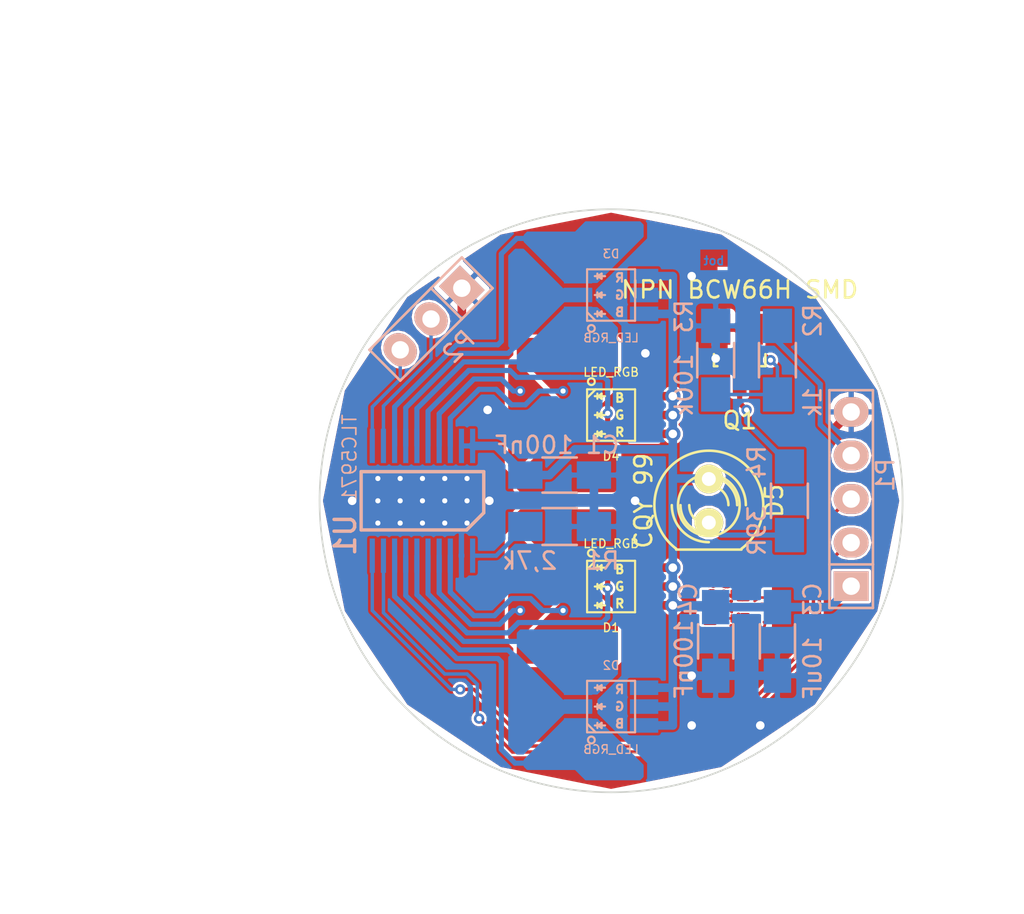
<source format=kicad_pcb>
(kicad_pcb (version 4) (host pcbnew "(2014-12-26 BZR 5338)-product")

  (general
    (links 50)
    (no_connects 0)
    (area 14.000002 21.150001 74.100001 74.100001)
    (thickness 1.6)
    (drawings 25)
    (tracks 300)
    (zones 0)
    (modules 16)
    (nets 24)
  )

  (page A4)
  (title_block
    (title "LED Board PCB")
    (date "21 December 2014")
    (rev 0.1)
    (company s-light.eu)
  )

  (layers
    (0 F.Cu signal)
    (31 B.Cu signal)
    (32 B.Adhes user)
    (33 F.Adhes user)
    (34 B.Paste user)
    (35 F.Paste user)
    (36 B.SilkS user)
    (37 F.SilkS user)
    (38 B.Mask user)
    (39 F.Mask user)
    (40 Dwgs.User user)
    (41 Cmts.User user)
    (42 Eco1.User user)
    (43 Eco2.User user)
    (44 Edge.Cuts user)
    (45 Margin user)
    (46 B.CrtYd user)
    (47 F.CrtYd user)
    (48 B.Fab user)
    (49 F.Fab user)
  )

  (setup
    (last_trace_width 0.2)
    (user_trace_width 0.15)
    (user_trace_width 0.2)
    (user_trace_width 0.254)
    (user_trace_width 0.3)
    (user_trace_width 0.5)
    (user_trace_width 0.75)
    (user_trace_width 1)
    (user_trace_width 2)
    (trace_clearance 0.15)
    (zone_clearance 0.15)
    (zone_45_only yes)
    (trace_min 0.15)
    (segment_width 0.1)
    (edge_width 0.1)
    (via_size 0.6)
    (via_drill 0.3)
    (via_min_size 0.6)
    (via_min_drill 0.3)
    (user_via 0.6 0.3)
    (user_via 0.7 0.4)
    (user_via 0.9 0.5)
    (user_via 1 0.6)
    (user_via 1.1 0.7)
    (user_via 1.2 0.8)
    (uvia_size 0.5)
    (uvia_drill 0.2)
    (uvias_allowed no)
    (uvia_min_size 0.5)
    (uvia_min_drill 0.2)
    (pcb_text_width 0.3)
    (pcb_text_size 1.5 1.5)
    (mod_edge_width 0.15)
    (mod_text_size 1 1)
    (mod_text_width 0.15)
    (pad_size 1.65 0.85)
    (pad_drill 0)
    (pad_to_mask_clearance 0.08)
    (solder_mask_min_width 0.1)
    (aux_axis_origin 50 50)
    (grid_origin 31.05 56.54)
    (visible_elements 7FFFFFFF)
    (pcbplotparams
      (layerselection 0x013f0_80000001)
      (usegerberextensions false)
      (excludeedgelayer true)
      (linewidth 0.100000)
      (plotframeref false)
      (viasonmask false)
      (mode 1)
      (useauxorigin false)
      (hpglpennumber 1)
      (hpglpenspeed 20)
      (hpglpendiameter 15)
      (hpglpenoverlay 2)
      (psnegative false)
      (psa4output false)
      (plotreference true)
      (plotvalue true)
      (plotinvisibletext false)
      (padsonsilk false)
      (subtractmaskfromsilk false)
      (outputformat 4)
      (mirror false)
      (drillshape 0)
      (scaleselection 1)
      (outputdirectory export/svg/))
  )

  (net 0 "")
  (net 1 +5V)
  (net 2 GND)
  (net 3 /LED0_R)
  (net 4 /LED0_G)
  (net 5 /LED0_B)
  (net 6 /LED1_R)
  (net 7 /LED1_G)
  (net 8 /LED1_B)
  (net 9 /LED2_R)
  (net 10 /LED2_G)
  (net 11 /LED2_B)
  (net 12 /LED3_R)
  (net 13 /LED3_G)
  (net 14 /LED3_B)
  (net 15 /Control_SDTI)
  (net 16 /Control_SCKI)
  (net 17 /LED_IR)
  (net 18 /Control_SDTO)
  (net 19 /Control_SCKO)
  (net 20 /display_BGL_sig)
  (net 21 /LED_IR_PW-)
  (net 22 /LED_IR_PW-_R)
  (net 23 /IREF)

  (net_class Default "This is the default net class."
    (clearance 0.15)
    (trace_width 0.2)
    (via_dia 0.6)
    (via_drill 0.3)
    (uvia_dia 0.5)
    (uvia_drill 0.2)
    (add_net /Control_SCKI)
    (add_net /Control_SCKO)
    (add_net /Control_SDTI)
    (add_net /Control_SDTO)
    (add_net /IREF)
    (add_net /display_BGL_sig)
  )

  (net_class LED ""
    (clearance 0.15)
    (trace_width 0.3)
    (via_dia 0.6)
    (via_drill 0.3)
    (uvia_dia 0.5)
    (uvia_drill 0.2)
    (add_net /LED0_B)
    (add_net /LED0_G)
    (add_net /LED0_R)
    (add_net /LED1_B)
    (add_net /LED1_G)
    (add_net /LED1_R)
    (add_net /LED2_B)
    (add_net /LED2_G)
    (add_net /LED2_R)
    (add_net /LED3_B)
    (add_net /LED3_G)
    (add_net /LED3_R)
    (add_net /LED_IR)
    (add_net /LED_IR_PW-)
    (add_net /LED_IR_PW-_R)
  )

  (net_class Power ""
    (clearance 0.15)
    (trace_width 0.5)
    (via_dia 0.9)
    (via_drill 0.5)
    (uvia_dia 0.5)
    (uvia_drill 0.2)
    (add_net +5V)
    (add_net GND)
  )

  (module LEDs:LED-5MM (layer F.Cu) (tedit 54934645) (tstamp 549346C8)
    (at 55.7 50 270)
    (descr "LED 5mm - Lead pitch 100mil (2,54mm)")
    (tags "LED led 5mm 5MM 100mil 2,54mm")
    (path /548748C8)
    (fp_text reference D5 (at 0 -3.81 270) (layer F.SilkS)
      (effects (font (size 1 1) (thickness 0.15)))
    )
    (fp_text value "CQY 99" (at 0 3.81 270) (layer F.SilkS)
      (effects (font (size 1 1) (thickness 0.15)))
    )
    (fp_line (start 2.8448 1.905) (end 2.8448 -1.905) (layer F.SilkS) (width 0.15))
    (fp_circle (center 0.254 0) (end -1.016 1.27) (layer F.SilkS) (width 0.15))
    (fp_arc (start 0.254 0) (end 2.794 1.905) (angle 286.2) (layer F.SilkS) (width 0.15))
    (fp_arc (start 0.254 0) (end -0.889 0) (angle 90) (layer F.SilkS) (width 0.15))
    (fp_arc (start 0.254 0) (end 1.397 0) (angle 90) (layer F.SilkS) (width 0.15))
    (fp_arc (start 0.254 0) (end -1.397 0) (angle 90) (layer F.SilkS) (width 0.15))
    (fp_arc (start 0.254 0) (end 1.905 0) (angle 90) (layer F.SilkS) (width 0.15))
    (fp_arc (start 0.254 0) (end -1.905 0) (angle 90) (layer F.SilkS) (width 0.15))
    (fp_arc (start 0.254 0) (end 2.413 0) (angle 90) (layer F.SilkS) (width 0.15))
    (pad 1 thru_hole circle (at -1.27 0 270) (size 1.6764 1.6764) (drill 0.8128) (layers *.Cu *.Mask F.SilkS)
      (net 1 +5V))
    (pad 2 thru_hole circle (at 1.27 0 270) (size 1.6764 1.6764) (drill 0.8128) (layers *.Cu *.Mask F.SilkS)
      (net 22 /LED_IR_PW-_R))
    (model LEDs/LED-5MM.wrl
      (at (xyz 0 0 0))
      (scale (xyz 1 1 1))
      (rotate (xyz 0 0 0))
    )
    (model discret/leds/led5_vertical_amarelo.wrl
      (at (xyz 0 0 0))
      (scale (xyz 1 1 1))
      (rotate (xyz 0 0 0))
    )
  )

  (module Capacitors_SMD:C_1206_HandSoldering (layer B.Cu) (tedit 54D7A332) (tstamp 54961E9D)
    (at 47 48.5)
    (descr "Capacitor SMD 1206, hand soldering")
    (tags "capacitor 1206")
    (path /54875060)
    (attr smd)
    (fp_text reference C1 (at 2.5 -1.75) (layer B.SilkS)
      (effects (font (size 1 1) (thickness 0.15)) (justify mirror))
    )
    (fp_text value 100nF (at -1.5 -1.75) (layer B.SilkS)
      (effects (font (size 1 1) (thickness 0.15)) (justify mirror))
    )
    (fp_line (start -3.3 1.15) (end 3.3 1.15) (layer B.CrtYd) (width 0.05))
    (fp_line (start -3.3 -1.15) (end 3.3 -1.15) (layer B.CrtYd) (width 0.05))
    (fp_line (start -3.3 1.15) (end -3.3 -1.15) (layer B.CrtYd) (width 0.05))
    (fp_line (start 3.3 1.15) (end 3.3 -1.15) (layer B.CrtYd) (width 0.05))
    (fp_line (start 1 1.025) (end -1 1.025) (layer B.SilkS) (width 0.15))
    (fp_line (start -1 -1.025) (end 1 -1.025) (layer B.SilkS) (width 0.15))
    (pad 1 smd rect (at -2 0) (size 2 1.6) (layers B.Cu B.Paste B.Mask)
      (net 1 +5V))
    (pad 2 smd rect (at 2 0) (size 2 1.6) (layers B.Cu B.Paste B.Mask)
      (net 2 GND))
    (model Capacitors_SMD/C_1206_HandSoldering.wrl
      (at (xyz 0 0 0))
      (scale (xyz 1 1 1))
      (rotate (xyz 0 0 0))
    )
    (model Capacitors_SMD/C_1206N.wrl
      (at (xyz 0 0 0))
      (scale (xyz 1 1 1))
      (rotate (xyz 0 0 0))
    )
  )

  (module Resistors_SMD:R_1206_HandSoldering (layer B.Cu) (tedit 54D7A336) (tstamp 5493C2E9)
    (at 47 51.5 180)
    (descr "Resistor SMD 1206, hand soldering")
    (tags "resistor 1206")
    (path /548755F2)
    (attr smd)
    (fp_text reference R1 (at -2.5 -2 180) (layer B.SilkS)
      (effects (font (size 1 1) (thickness 0.15)) (justify mirror))
    )
    (fp_text value 2,7k (at 1.75 -2 180) (layer B.SilkS)
      (effects (font (size 1 1) (thickness 0.15)) (justify mirror))
    )
    (fp_line (start -3.3 1.2) (end 3.3 1.2) (layer B.CrtYd) (width 0.05))
    (fp_line (start -3.3 -1.2) (end 3.3 -1.2) (layer B.CrtYd) (width 0.05))
    (fp_line (start -3.3 1.2) (end -3.3 -1.2) (layer B.CrtYd) (width 0.05))
    (fp_line (start 3.3 1.2) (end 3.3 -1.2) (layer B.CrtYd) (width 0.05))
    (fp_line (start 1 -1.075) (end -1 -1.075) (layer B.SilkS) (width 0.15))
    (fp_line (start -1 1.075) (end 1 1.075) (layer B.SilkS) (width 0.15))
    (pad 1 smd rect (at -2 0 180) (size 2 1.7) (layers B.Cu B.Paste B.Mask)
      (net 2 GND))
    (pad 2 smd rect (at 2 0 180) (size 2 1.7) (layers B.Cu B.Paste B.Mask)
      (net 23 /IREF))
    (model Resistors_SMD/R_1206_HandSoldering.wrl
      (at (xyz 0 0 0))
      (scale (xyz 1 1 1))
      (rotate (xyz 0 0 0))
    )
    (model Resistors_SMD/R_1206.wrl
      (at (xyz 0 0 0))
      (scale (xyz 1 1 1))
      (rotate (xyz 0 0 0))
    )
  )

  (module Resistors_SMD:R_1206_HandSoldering (layer B.Cu) (tedit 54D7A311) (tstamp 5493C2EE)
    (at 59.7 41.8 270)
    (descr "Resistor SMD 1206, hand soldering")
    (tags "resistor 1206")
    (path /54874731)
    (attr smd)
    (fp_text reference R2 (at -2.3 -2.05 270) (layer B.SilkS)
      (effects (font (size 1 1) (thickness 0.15)) (justify mirror))
    )
    (fp_text value 1k (at 2.45 -2.05 270) (layer B.SilkS)
      (effects (font (size 1 1) (thickness 0.15)) (justify mirror))
    )
    (fp_line (start -3.3 1.2) (end 3.3 1.2) (layer B.CrtYd) (width 0.05))
    (fp_line (start -3.3 -1.2) (end 3.3 -1.2) (layer B.CrtYd) (width 0.05))
    (fp_line (start -3.3 1.2) (end -3.3 -1.2) (layer B.CrtYd) (width 0.05))
    (fp_line (start 3.3 1.2) (end 3.3 -1.2) (layer B.CrtYd) (width 0.05))
    (fp_line (start 1 -1.075) (end -1 -1.075) (layer B.SilkS) (width 0.15))
    (fp_line (start -1 1.075) (end 1 1.075) (layer B.SilkS) (width 0.15))
    (pad 1 smd rect (at -2 0 270) (size 2 1.7) (layers B.Cu B.Paste B.Mask)
      (net 17 /LED_IR))
    (pad 2 smd rect (at 2 0 270) (size 2 1.7) (layers B.Cu B.Paste B.Mask)
      (net 20 /display_BGL_sig))
    (model Resistors_SMD/R_1206_HandSoldering.wrl
      (at (xyz 0 0 0))
      (scale (xyz 1 1 1))
      (rotate (xyz 0 0 0))
    )
    (model Resistors_SMD/R_1206.wrl
      (at (xyz 0 0 0))
      (scale (xyz 1 1 1))
      (rotate (xyz 0 0 0))
    )
  )

  (module Capacitors_SMD:C_1206_HandSoldering (layer B.Cu) (tedit 54D7A2DC) (tstamp 5495EDBE)
    (at 59.7 58.2 270)
    (descr "Capacitor SMD 1206, hand soldering")
    (tags "capacitor 1206")
    (path /548704AD)
    (attr smd)
    (fp_text reference C3 (at -2.45 -2.05 270) (layer B.SilkS)
      (effects (font (size 1 1) (thickness 0.15)) (justify mirror))
    )
    (fp_text value 10uF (at 1.55 -2.05 270) (layer B.SilkS)
      (effects (font (size 1 1) (thickness 0.15)) (justify mirror))
    )
    (fp_line (start -3.3 1.15) (end 3.3 1.15) (layer B.CrtYd) (width 0.05))
    (fp_line (start -3.3 -1.15) (end 3.3 -1.15) (layer B.CrtYd) (width 0.05))
    (fp_line (start -3.3 1.15) (end -3.3 -1.15) (layer B.CrtYd) (width 0.05))
    (fp_line (start 3.3 1.15) (end 3.3 -1.15) (layer B.CrtYd) (width 0.05))
    (fp_line (start 1 1.025) (end -1 1.025) (layer B.SilkS) (width 0.15))
    (fp_line (start -1 -1.025) (end 1 -1.025) (layer B.SilkS) (width 0.15))
    (pad 1 smd rect (at -2 0 270) (size 2 1.6) (layers B.Cu B.Paste B.Mask)
      (net 1 +5V))
    (pad 2 smd rect (at 2 0 270) (size 2 1.6) (layers B.Cu B.Paste B.Mask)
      (net 2 GND))
    (model Capacitors_SMD/C_1206_HandSoldering.wrl
      (at (xyz 0 0 0))
      (scale (xyz 1 1 1))
      (rotate (xyz 0 0 0))
    )
    (model Capacitors_SMD/C_1206N.wrl
      (at (xyz 0 0 0))
      (scale (xyz 1 1 1))
      (rotate (xyz 0 0 0))
    )
  )

  (module Capacitors_SMD:C_1206_HandSoldering (layer B.Cu) (tedit 54D7A2E6) (tstamp 5496A91B)
    (at 56.1 58.2 270)
    (descr "Capacitor SMD 1206, hand soldering")
    (tags "capacitor 1206")
    (path /54874ADD)
    (attr smd)
    (fp_text reference C4 (at -2.45 1.6 270) (layer B.SilkS)
      (effects (font (size 1 1) (thickness 0.15)) (justify mirror))
    )
    (fp_text value 100nF (at 1.05 1.85 270) (layer B.SilkS)
      (effects (font (size 1 1) (thickness 0.15)) (justify mirror))
    )
    (fp_line (start -3.3 1.15) (end 3.3 1.15) (layer B.CrtYd) (width 0.05))
    (fp_line (start -3.3 -1.15) (end 3.3 -1.15) (layer B.CrtYd) (width 0.05))
    (fp_line (start -3.3 1.15) (end -3.3 -1.15) (layer B.CrtYd) (width 0.05))
    (fp_line (start 3.3 1.15) (end 3.3 -1.15) (layer B.CrtYd) (width 0.05))
    (fp_line (start 1 1.025) (end -1 1.025) (layer B.SilkS) (width 0.15))
    (fp_line (start -1 -1.025) (end 1 -1.025) (layer B.SilkS) (width 0.15))
    (pad 1 smd rect (at -2 0 270) (size 2 1.6) (layers B.Cu B.Paste B.Mask)
      (net 1 +5V))
    (pad 2 smd rect (at 2 0 270) (size 2 1.6) (layers B.Cu B.Paste B.Mask)
      (net 2 GND))
    (model Capacitors_SMD/C_1206_HandSoldering.wrl
      (at (xyz 0 0 0))
      (scale (xyz 1 1 1))
      (rotate (xyz 0 0 0))
    )
    (model Capacitors_SMD/C_1206N.wrl
      (at (xyz 0 0 0))
      (scale (xyz 1 1 1))
      (rotate (xyz 0 0 0))
    )
  )

  (module Resistors_SMD:R_1206_HandSoldering (layer B.Cu) (tedit 54D7A318) (tstamp 5495EDC8)
    (at 56.1 41.8 270)
    (descr "Resistor SMD 1206, hand soldering")
    (tags "resistor 1206")
    (path /54874727)
    (attr smd)
    (fp_text reference R3 (at -2.55 1.85 270) (layer B.SilkS)
      (effects (font (size 1 1) (thickness 0.15)) (justify mirror))
    )
    (fp_text value 100k (at 1.45 1.85 270) (layer B.SilkS)
      (effects (font (size 1 1) (thickness 0.15)) (justify mirror))
    )
    (fp_line (start -3.3 1.2) (end 3.3 1.2) (layer B.CrtYd) (width 0.05))
    (fp_line (start -3.3 -1.2) (end 3.3 -1.2) (layer B.CrtYd) (width 0.05))
    (fp_line (start -3.3 1.2) (end -3.3 -1.2) (layer B.CrtYd) (width 0.05))
    (fp_line (start 3.3 1.2) (end 3.3 -1.2) (layer B.CrtYd) (width 0.05))
    (fp_line (start 1 -1.075) (end -1 -1.075) (layer B.SilkS) (width 0.15))
    (fp_line (start -1 1.075) (end 1 1.075) (layer B.SilkS) (width 0.15))
    (pad 1 smd rect (at -2 0 270) (size 2 1.7) (layers B.Cu B.Paste B.Mask)
      (net 2 GND))
    (pad 2 smd rect (at 2 0 270) (size 2 1.7) (layers B.Cu B.Paste B.Mask)
      (net 20 /display_BGL_sig))
    (model Resistors_SMD/R_1206_HandSoldering.wrl
      (at (xyz 0 0 0))
      (scale (xyz 1 1 1))
      (rotate (xyz 0 0 0))
    )
    (model Resistors_SMD/R_1206.wrl
      (at (xyz 0 0 0))
      (scale (xyz 1 1 1))
      (rotate (xyz 0 0 0))
    )
  )

  (module Resistors_SMD:R_1206_HandSoldering (layer B.Cu) (tedit 54D7A2FF) (tstamp 5495EDCD)
    (at 60.4 50 90)
    (descr "Resistor SMD 1206, hand soldering")
    (tags "resistor 1206")
    (path /54875276)
    (attr smd)
    (fp_text reference R4 (at 2.25 -1.9 90) (layer B.SilkS)
      (effects (font (size 1 1) (thickness 0.15)) (justify mirror))
    )
    (fp_text value 39R (at -1.75 -1.9 90) (layer B.SilkS)
      (effects (font (size 1 1) (thickness 0.15)) (justify mirror))
    )
    (fp_line (start -3.3 1.2) (end 3.3 1.2) (layer B.CrtYd) (width 0.05))
    (fp_line (start -3.3 -1.2) (end 3.3 -1.2) (layer B.CrtYd) (width 0.05))
    (fp_line (start -3.3 1.2) (end -3.3 -1.2) (layer B.CrtYd) (width 0.05))
    (fp_line (start 3.3 1.2) (end 3.3 -1.2) (layer B.CrtYd) (width 0.05))
    (fp_line (start 1 -1.075) (end -1 -1.075) (layer B.SilkS) (width 0.15))
    (fp_line (start -1 1.075) (end 1 1.075) (layer B.SilkS) (width 0.15))
    (pad 1 smd rect (at -2 0 90) (size 2 1.7) (layers B.Cu B.Paste B.Mask)
      (net 22 /LED_IR_PW-_R))
    (pad 2 smd rect (at 2 0 90) (size 2 1.7) (layers B.Cu B.Paste B.Mask)
      (net 21 /LED_IR_PW-))
    (model Resistors_SMD/R_1206_HandSoldering.wrl
      (at (xyz 0 0 0))
      (scale (xyz 1 1 1))
      (rotate (xyz 0 0 0))
    )
    (model Resistors_SMD/R_1206.wrl
      (at (xyz 0 0 0))
      (scale (xyz 1 1 1))
      (rotate (xyz 0 0 0))
    )
  )

  (module Socket_Strips:Socket_Strip_Straight_1x05 (layer B.Cu) (tedit 54D7A2F7) (tstamp 5496B178)
    (at 64 49.9 270)
    (descr "Through hole socket strip")
    (tags "socket strip")
    (path /548760C9)
    (fp_text reference P1 (at -1.4 -2 270) (layer B.SilkS)
      (effects (font (size 1 1) (thickness 0.15)) (justify mirror))
    )
    (fp_text value IN (at 0.1 -2.1 270) (layer B.SilkS) hide
      (effects (font (size 1 1) (thickness 0.15)) (justify mirror))
    )
    (fp_line (start 3.81 1.27) (end -6.35 1.27) (layer B.SilkS) (width 0.15))
    (fp_line (start -6.35 1.27) (end -6.35 -1.27) (layer B.SilkS) (width 0.15))
    (fp_line (start -6.35 -1.27) (end 3.81 -1.27) (layer B.SilkS) (width 0.15))
    (fp_line (start 6.35 1.27) (end 3.81 1.27) (layer B.SilkS) (width 0.15))
    (fp_line (start 3.81 1.27) (end 3.81 -1.27) (layer B.SilkS) (width 0.15))
    (fp_line (start 6.35 1.27) (end 6.35 -1.27) (layer B.SilkS) (width 0.15))
    (fp_line (start 6.35 -1.27) (end 3.81 -1.27) (layer B.SilkS) (width 0.15))
    (pad 1 thru_hole rect (at 5.08 0 90) (size 1.7272 2.032) (drill 1.016) (layers *.Cu *.Mask B.SilkS)
      (net 1 +5V))
    (pad 2 thru_hole oval (at 2.54 0 90) (size 1.7272 2.032) (drill 1.016) (layers *.Cu *.Mask B.SilkS)
      (net 15 /Control_SDTI))
    (pad 3 thru_hole oval (at 0 0 90) (size 1.7272 2.032) (drill 1.016) (layers *.Cu *.Mask B.SilkS)
      (net 16 /Control_SCKI))
    (pad 4 thru_hole oval (at -2.54 0 90) (size 1.7272 2.032) (drill 1.016) (layers *.Cu *.Mask B.SilkS)
      (net 17 /LED_IR))
    (pad 5 thru_hole oval (at -5.08 0 90) (size 1.7272 2.032) (drill 1.016) (layers *.Cu *.Mask B.SilkS)
      (net 2 GND))
    (model Socket_Strips/Socket_Strip_Straight_1x05.wrl
      (at (xyz 0 0 0))
      (scale (xyz 1 1 1))
      (rotate (xyz 0 0 0))
    )
  )

  (module Socket_Strips:Socket_Strip_Straight_1x03 (layer B.Cu) (tedit 5496B130) (tstamp 5496B180)
    (at 39.5 39.4 45)
    (descr "Through hole socket strip")
    (tags "socket strip")
    (path /54876090)
    (fp_text reference P2 (at 0 2.286 45) (layer B.SilkS)
      (effects (font (size 1 1) (thickness 0.15)) (justify mirror))
    )
    (fp_text value OUT (at 0 0 45) (layer B.SilkS) hide
      (effects (font (size 1 1) (thickness 0.15)) (justify mirror))
    )
    (fp_line (start 1.27 -1.27) (end -3.81 -1.27) (layer B.SilkS) (width 0.15))
    (fp_line (start -3.81 -1.27) (end -3.81 1.27) (layer B.SilkS) (width 0.15))
    (fp_line (start -3.81 1.27) (end 1.27 1.27) (layer B.SilkS) (width 0.15))
    (fp_line (start 3.81 1.27) (end 1.27 1.27) (layer B.SilkS) (width 0.15))
    (fp_line (start 1.27 1.27) (end 1.27 -1.27) (layer B.SilkS) (width 0.15))
    (fp_line (start 3.81 1.27) (end 3.81 -1.27) (layer B.SilkS) (width 0.15))
    (fp_line (start 3.81 -1.27) (end 1.27 -1.27) (layer B.SilkS) (width 0.15))
    (pad 1 thru_hole rect (at 2.54 0 225) (size 1.7272 2.032) (drill 1.016) (layers *.Cu *.Mask B.SilkS)
      (net 2 GND))
    (pad 2 thru_hole oval (at 0 0 225) (size 1.7272 2.032) (drill 1.016) (layers *.Cu *.Mask B.SilkS)
      (net 18 /Control_SDTO))
    (pad 3 thru_hole oval (at -2.54 0 225) (size 1.7272 2.032) (drill 1.016) (layers *.Cu *.Mask B.SilkS)
      (net 19 /Control_SCKO))
    (model Socket_Strips/Socket_Strip_Straight_1x03.wrl
      (at (xyz 0 0 0))
      (scale (xyz 1 1 1))
      (rotate (xyz 0 0 0))
    )
  )

  (module slight_RGBLED_Nichia:NICHIA_NSSM124_HandSoldering (layer F.Cu) (tedit 5496BB6A) (tstamp 5496BF3C)
    (at 50 55)
    (descr http://www.nichia.co.jp/en/product/led_product_data.html?type=%27NSSM124%27)
    (tags "LED, RGB, SMD, NICHIA, NSSM124, ")
    (path /5487650B)
    (fp_text reference D1 (at 0 2.4) (layer F.SilkS)
      (effects (font (size 0.5 0.5) (thickness 0.08)))
    )
    (fp_text value LED_RGB (at 0 -2.5) (layer F.SilkS)
      (effects (font (size 0.5 0.5) (thickness 0.08)))
    )
    (fp_text user R (at 0.5 1) (layer F.SilkS)
      (effects (font (size 0.5 0.5) (thickness 0.125)))
    )
    (fp_text user G (at 0.5 0) (layer F.SilkS)
      (effects (font (size 0.5 0.5) (thickness 0.125)))
    )
    (fp_text user B (at 0.5 -1) (layer F.SilkS)
      (effects (font (size 0.5 0.5) (thickness 0.125)))
    )
    (fp_line (start -0.8 1.1) (end -0.55 0.95) (layer F.SilkS) (width 0.125))
    (fp_line (start -0.55 0.95) (end -0.55 1.25) (layer F.SilkS) (width 0.125))
    (fp_line (start -0.55 1.25) (end -0.8 1.1) (layer F.SilkS) (width 0.125))
    (fp_line (start -0.8 1.1) (end -0.35 1.1) (layer F.SilkS) (width 0.125))
    (fp_line (start -0.8 0.95) (end -0.8 1.25) (layer F.SilkS) (width 0.125))
    (fp_line (start -0.95 1.1) (end -0.8 1.1) (layer F.SilkS) (width 0.125))
    (fp_line (start -0.8 0) (end -0.55 -0.15) (layer F.SilkS) (width 0.125))
    (fp_line (start -0.55 -0.15) (end -0.55 0.15) (layer F.SilkS) (width 0.125))
    (fp_line (start -0.55 0.15) (end -0.8 0) (layer F.SilkS) (width 0.125))
    (fp_line (start -0.8 0) (end -0.35 0) (layer F.SilkS) (width 0.125))
    (fp_line (start -0.8 -0.15) (end -0.8 0.15) (layer F.SilkS) (width 0.125))
    (fp_line (start -0.95 0) (end -0.8 0) (layer F.SilkS) (width 0.125))
    (fp_line (start -0.75 -1.1) (end -0.55 -1.25) (layer F.SilkS) (width 0.125))
    (fp_line (start -0.55 -1.25) (end -0.55 -0.95) (layer F.SilkS) (width 0.125))
    (fp_line (start -0.55 -0.95) (end -0.75 -1.1) (layer F.SilkS) (width 0.125))
    (fp_line (start -0.75 -1.1) (end -0.35 -1.1) (layer F.SilkS) (width 0.125))
    (fp_line (start -0.95 -1.1) (end -0.85 -1.1) (layer F.SilkS) (width 0.125))
    (fp_line (start -0.8 -1.25) (end -0.8 -0.95) (layer F.SilkS) (width 0.125))
    (fp_circle (center -1.15 -1.95) (end -0.95 -1.95) (layer F.SilkS) (width 0.125))
    (fp_line (start -0.9 -1.5) (end -1.4 -1) (layer F.SilkS) (width 0.125))
    (fp_line (start -1.4 -1.5) (end 1.4 -1.5) (layer F.SilkS) (width 0.125))
    (fp_line (start 1.4 -1.5) (end 1.4 1.5) (layer F.SilkS) (width 0.125))
    (fp_line (start 1.4 1.5) (end -1.4 1.5) (layer F.SilkS) (width 0.125))
    (fp_line (start -1.4 1.5) (end -1.4 -1.5) (layer F.SilkS) (width 0.125))
    (pad RA smd rect (at 1.925 1.1) (size 1.65 0.85) (layers F.Cu F.Paste F.Mask)
      (net 1 +5V))
    (pad GA smd rect (at 1.925 0) (size 1.65 0.85) (layers F.Cu F.Paste F.Mask)
      (net 1 +5V))
    (pad BA smd rect (at 1.925 -1.1) (size 1.65 0.85) (layers F.Cu F.Paste F.Mask)
      (net 1 +5V))
    (pad RC smd rect (at -1.925 1.1) (size 1.65 0.85) (layers F.Cu F.Paste F.Mask)
      (net 3 /LED0_R))
    (pad GC smd rect (at -1.925 0) (size 1.65 0.85) (layers F.Cu F.Paste F.Mask)
      (net 4 /LED0_G))
    (pad BC smd rect (at -1.925 -1.1) (size 1.65 0.85) (layers F.Cu F.Paste F.Mask)
      (net 5 /LED0_B))
    (model C:/_Local_DATA/_projects/_KiCAD/myPartLib/NICHIA_NSSM124.pretty/NICHIA_NSSM124_3D.wrl
      (at (xyz 0 0 0))
      (scale (xyz 1 1 1))
      (rotate (xyz 0 0 0))
    )
  )

  (module slight_RGBLED_Nichia:NICHIA_NSSM124_HandSoldering (layer B.Cu) (tedit 5496BB6A) (tstamp 5496BF60)
    (at 50 62)
    (descr http://www.nichia.co.jp/en/product/led_product_data.html?type=%27NSSM124%27)
    (tags "LED, RGB, SMD, NICHIA, NSSM124, ")
    (path /54935A67)
    (fp_text reference D2 (at 0 -2.4) (layer B.SilkS)
      (effects (font (size 0.5 0.5) (thickness 0.08)) (justify mirror))
    )
    (fp_text value LED_RGB (at 0 2.5) (layer B.SilkS)
      (effects (font (size 0.5 0.5) (thickness 0.08)) (justify mirror))
    )
    (fp_text user R (at 0.5 -1) (layer B.SilkS)
      (effects (font (size 0.5 0.5) (thickness 0.125)) (justify mirror))
    )
    (fp_text user G (at 0.5 0) (layer B.SilkS)
      (effects (font (size 0.5 0.5) (thickness 0.125)) (justify mirror))
    )
    (fp_text user B (at 0.5 1) (layer B.SilkS)
      (effects (font (size 0.5 0.5) (thickness 0.125)) (justify mirror))
    )
    (fp_line (start -0.8 -1.1) (end -0.55 -0.95) (layer B.SilkS) (width 0.125))
    (fp_line (start -0.55 -0.95) (end -0.55 -1.25) (layer B.SilkS) (width 0.125))
    (fp_line (start -0.55 -1.25) (end -0.8 -1.1) (layer B.SilkS) (width 0.125))
    (fp_line (start -0.8 -1.1) (end -0.35 -1.1) (layer B.SilkS) (width 0.125))
    (fp_line (start -0.8 -0.95) (end -0.8 -1.25) (layer B.SilkS) (width 0.125))
    (fp_line (start -0.95 -1.1) (end -0.8 -1.1) (layer B.SilkS) (width 0.125))
    (fp_line (start -0.8 0) (end -0.55 0.15) (layer B.SilkS) (width 0.125))
    (fp_line (start -0.55 0.15) (end -0.55 -0.15) (layer B.SilkS) (width 0.125))
    (fp_line (start -0.55 -0.15) (end -0.8 0) (layer B.SilkS) (width 0.125))
    (fp_line (start -0.8 0) (end -0.35 0) (layer B.SilkS) (width 0.125))
    (fp_line (start -0.8 0.15) (end -0.8 -0.15) (layer B.SilkS) (width 0.125))
    (fp_line (start -0.95 0) (end -0.8 0) (layer B.SilkS) (width 0.125))
    (fp_line (start -0.75 1.1) (end -0.55 1.25) (layer B.SilkS) (width 0.125))
    (fp_line (start -0.55 1.25) (end -0.55 0.95) (layer B.SilkS) (width 0.125))
    (fp_line (start -0.55 0.95) (end -0.75 1.1) (layer B.SilkS) (width 0.125))
    (fp_line (start -0.75 1.1) (end -0.35 1.1) (layer B.SilkS) (width 0.125))
    (fp_line (start -0.95 1.1) (end -0.85 1.1) (layer B.SilkS) (width 0.125))
    (fp_line (start -0.8 1.25) (end -0.8 0.95) (layer B.SilkS) (width 0.125))
    (fp_circle (center -1.15 1.95) (end -0.95 1.95) (layer B.SilkS) (width 0.125))
    (fp_line (start -0.9 1.5) (end -1.4 1) (layer B.SilkS) (width 0.125))
    (fp_line (start -1.4 1.5) (end 1.4 1.5) (layer B.SilkS) (width 0.125))
    (fp_line (start 1.4 1.5) (end 1.4 -1.5) (layer B.SilkS) (width 0.125))
    (fp_line (start 1.4 -1.5) (end -1.4 -1.5) (layer B.SilkS) (width 0.125))
    (fp_line (start -1.4 -1.5) (end -1.4 1.5) (layer B.SilkS) (width 0.125))
    (pad RA smd rect (at 1.925 -1.1) (size 1.65 0.85) (layers B.Cu B.Paste B.Mask)
      (net 1 +5V))
    (pad GA smd rect (at 1.925 0) (size 1.65 0.85) (layers B.Cu B.Paste B.Mask)
      (net 1 +5V))
    (pad BA smd rect (at 1.925 1.1) (size 1.65 0.85) (layers B.Cu B.Paste B.Mask)
      (net 1 +5V))
    (pad RC smd rect (at -1.925 -1.1) (size 1.65 0.85) (layers B.Cu B.Paste B.Mask)
      (net 6 /LED1_R))
    (pad GC smd rect (at -1.925 0) (size 1.65 0.85) (layers B.Cu B.Paste B.Mask)
      (net 7 /LED1_G))
    (pad BC smd rect (at -1.925 1.1) (size 1.65 0.85) (layers B.Cu B.Paste B.Mask)
      (net 8 /LED1_B))
    (model C:/_Local_DATA/_projects/_KiCAD/myPartLib/NICHIA_NSSM124.pretty/NICHIA_NSSM124_3D.wrl
      (at (xyz 0 0 0))
      (scale (xyz 1 1 1))
      (rotate (xyz 0 0 0))
    )
  )

  (module slight_RGBLED_Nichia:NICHIA_NSSM124_HandSoldering (layer B.Cu) (tedit 5496BB6A) (tstamp 5496BF84)
    (at 50 38)
    (descr http://www.nichia.co.jp/en/product/led_product_data.html?type=%27NSSM124%27)
    (tags "LED, RGB, SMD, NICHIA, NSSM124, ")
    (path /54935C2E)
    (fp_text reference D3 (at 0 -2.4) (layer B.SilkS)
      (effects (font (size 0.5 0.5) (thickness 0.08)) (justify mirror))
    )
    (fp_text value LED_RGB (at 0 2.5) (layer B.SilkS)
      (effects (font (size 0.5 0.5) (thickness 0.08)) (justify mirror))
    )
    (fp_text user R (at 0.5 -1) (layer B.SilkS)
      (effects (font (size 0.5 0.5) (thickness 0.125)) (justify mirror))
    )
    (fp_text user G (at 0.5 0) (layer B.SilkS)
      (effects (font (size 0.5 0.5) (thickness 0.125)) (justify mirror))
    )
    (fp_text user B (at 0.5 1) (layer B.SilkS)
      (effects (font (size 0.5 0.5) (thickness 0.125)) (justify mirror))
    )
    (fp_line (start -0.8 -1.1) (end -0.55 -0.95) (layer B.SilkS) (width 0.125))
    (fp_line (start -0.55 -0.95) (end -0.55 -1.25) (layer B.SilkS) (width 0.125))
    (fp_line (start -0.55 -1.25) (end -0.8 -1.1) (layer B.SilkS) (width 0.125))
    (fp_line (start -0.8 -1.1) (end -0.35 -1.1) (layer B.SilkS) (width 0.125))
    (fp_line (start -0.8 -0.95) (end -0.8 -1.25) (layer B.SilkS) (width 0.125))
    (fp_line (start -0.95 -1.1) (end -0.8 -1.1) (layer B.SilkS) (width 0.125))
    (fp_line (start -0.8 0) (end -0.55 0.15) (layer B.SilkS) (width 0.125))
    (fp_line (start -0.55 0.15) (end -0.55 -0.15) (layer B.SilkS) (width 0.125))
    (fp_line (start -0.55 -0.15) (end -0.8 0) (layer B.SilkS) (width 0.125))
    (fp_line (start -0.8 0) (end -0.35 0) (layer B.SilkS) (width 0.125))
    (fp_line (start -0.8 0.15) (end -0.8 -0.15) (layer B.SilkS) (width 0.125))
    (fp_line (start -0.95 0) (end -0.8 0) (layer B.SilkS) (width 0.125))
    (fp_line (start -0.75 1.1) (end -0.55 1.25) (layer B.SilkS) (width 0.125))
    (fp_line (start -0.55 1.25) (end -0.55 0.95) (layer B.SilkS) (width 0.125))
    (fp_line (start -0.55 0.95) (end -0.75 1.1) (layer B.SilkS) (width 0.125))
    (fp_line (start -0.75 1.1) (end -0.35 1.1) (layer B.SilkS) (width 0.125))
    (fp_line (start -0.95 1.1) (end -0.85 1.1) (layer B.SilkS) (width 0.125))
    (fp_line (start -0.8 1.25) (end -0.8 0.95) (layer B.SilkS) (width 0.125))
    (fp_circle (center -1.15 1.95) (end -0.95 1.95) (layer B.SilkS) (width 0.125))
    (fp_line (start -0.9 1.5) (end -1.4 1) (layer B.SilkS) (width 0.125))
    (fp_line (start -1.4 1.5) (end 1.4 1.5) (layer B.SilkS) (width 0.125))
    (fp_line (start 1.4 1.5) (end 1.4 -1.5) (layer B.SilkS) (width 0.125))
    (fp_line (start 1.4 -1.5) (end -1.4 -1.5) (layer B.SilkS) (width 0.125))
    (fp_line (start -1.4 -1.5) (end -1.4 1.5) (layer B.SilkS) (width 0.125))
    (pad RA smd rect (at 1.925 -1.1) (size 1.65 0.85) (layers B.Cu B.Paste B.Mask)
      (net 1 +5V))
    (pad GA smd rect (at 1.925 0) (size 1.65 0.85) (layers B.Cu B.Paste B.Mask)
      (net 1 +5V))
    (pad BA smd rect (at 1.925 1.1) (size 1.65 0.85) (layers B.Cu B.Paste B.Mask)
      (net 1 +5V))
    (pad RC smd rect (at -1.925 -1.1) (size 1.65 0.85) (layers B.Cu B.Paste B.Mask)
      (net 9 /LED2_R))
    (pad GC smd rect (at -1.925 0) (size 1.65 0.85) (layers B.Cu B.Paste B.Mask)
      (net 10 /LED2_G))
    (pad BC smd rect (at -1.925 1.1) (size 1.65 0.85) (layers B.Cu B.Paste B.Mask)
      (net 11 /LED2_B))
    (model C:/_Local_DATA/_projects/_KiCAD/myPartLib/NICHIA_NSSM124.pretty/NICHIA_NSSM124_3D.wrl
      (at (xyz 0 0 0))
      (scale (xyz 1 1 1))
      (rotate (xyz 0 0 0))
    )
  )

  (module slight_RGBLED_Nichia:NICHIA_NSSM124_HandSoldering (layer F.Cu) (tedit 5496BB6A) (tstamp 5496BFA8)
    (at 50 45)
    (descr http://www.nichia.co.jp/en/product/led_product_data.html?type=%27NSSM124%27)
    (tags "LED, RGB, SMD, NICHIA, NSSM124, ")
    (path /54935C43)
    (fp_text reference D4 (at 0 2.4) (layer F.SilkS)
      (effects (font (size 0.5 0.5) (thickness 0.08)))
    )
    (fp_text value LED_RGB (at 0 -2.5) (layer F.SilkS)
      (effects (font (size 0.5 0.5) (thickness 0.08)))
    )
    (fp_text user R (at 0.5 1) (layer F.SilkS)
      (effects (font (size 0.5 0.5) (thickness 0.125)))
    )
    (fp_text user G (at 0.5 0) (layer F.SilkS)
      (effects (font (size 0.5 0.5) (thickness 0.125)))
    )
    (fp_text user B (at 0.5 -1) (layer F.SilkS)
      (effects (font (size 0.5 0.5) (thickness 0.125)))
    )
    (fp_line (start -0.8 1.1) (end -0.55 0.95) (layer F.SilkS) (width 0.125))
    (fp_line (start -0.55 0.95) (end -0.55 1.25) (layer F.SilkS) (width 0.125))
    (fp_line (start -0.55 1.25) (end -0.8 1.1) (layer F.SilkS) (width 0.125))
    (fp_line (start -0.8 1.1) (end -0.35 1.1) (layer F.SilkS) (width 0.125))
    (fp_line (start -0.8 0.95) (end -0.8 1.25) (layer F.SilkS) (width 0.125))
    (fp_line (start -0.95 1.1) (end -0.8 1.1) (layer F.SilkS) (width 0.125))
    (fp_line (start -0.8 0) (end -0.55 -0.15) (layer F.SilkS) (width 0.125))
    (fp_line (start -0.55 -0.15) (end -0.55 0.15) (layer F.SilkS) (width 0.125))
    (fp_line (start -0.55 0.15) (end -0.8 0) (layer F.SilkS) (width 0.125))
    (fp_line (start -0.8 0) (end -0.35 0) (layer F.SilkS) (width 0.125))
    (fp_line (start -0.8 -0.15) (end -0.8 0.15) (layer F.SilkS) (width 0.125))
    (fp_line (start -0.95 0) (end -0.8 0) (layer F.SilkS) (width 0.125))
    (fp_line (start -0.75 -1.1) (end -0.55 -1.25) (layer F.SilkS) (width 0.125))
    (fp_line (start -0.55 -1.25) (end -0.55 -0.95) (layer F.SilkS) (width 0.125))
    (fp_line (start -0.55 -0.95) (end -0.75 -1.1) (layer F.SilkS) (width 0.125))
    (fp_line (start -0.75 -1.1) (end -0.35 -1.1) (layer F.SilkS) (width 0.125))
    (fp_line (start -0.95 -1.1) (end -0.85 -1.1) (layer F.SilkS) (width 0.125))
    (fp_line (start -0.8 -1.25) (end -0.8 -0.95) (layer F.SilkS) (width 0.125))
    (fp_circle (center -1.15 -1.95) (end -0.95 -1.95) (layer F.SilkS) (width 0.125))
    (fp_line (start -0.9 -1.5) (end -1.4 -1) (layer F.SilkS) (width 0.125))
    (fp_line (start -1.4 -1.5) (end 1.4 -1.5) (layer F.SilkS) (width 0.125))
    (fp_line (start 1.4 -1.5) (end 1.4 1.5) (layer F.SilkS) (width 0.125))
    (fp_line (start 1.4 1.5) (end -1.4 1.5) (layer F.SilkS) (width 0.125))
    (fp_line (start -1.4 1.5) (end -1.4 -1.5) (layer F.SilkS) (width 0.125))
    (pad RA smd rect (at 1.925 1.1) (size 1.65 0.85) (layers F.Cu F.Paste F.Mask)
      (net 1 +5V))
    (pad GA smd rect (at 1.925 0) (size 1.65 0.85) (layers F.Cu F.Paste F.Mask)
      (net 1 +5V))
    (pad BA smd rect (at 1.925 -1.1) (size 1.65 0.85) (layers F.Cu F.Paste F.Mask)
      (net 1 +5V))
    (pad RC smd rect (at -1.925 1.1) (size 1.65 0.85) (layers F.Cu F.Paste F.Mask)
      (net 12 /LED3_R))
    (pad GC smd rect (at -1.925 0) (size 1.65 0.85) (layers F.Cu F.Paste F.Mask)
      (net 13 /LED3_G))
    (pad BC smd rect (at -1.925 -1.1) (size 1.65 0.85) (layers F.Cu F.Paste F.Mask)
      (net 14 /LED3_B))
    (model C:/_Local_DATA/_projects/_KiCAD/myPartLib/NICHIA_NSSM124.pretty/NICHIA_NSSM124_3D.wrl
      (at (xyz 0 0 0))
      (scale (xyz 1 1 1))
      (rotate (xyz 0 0 0))
    )
  )

  (module slight_TI_LED-Driver:HTSSOP-20_HandSoldering (layer B.Cu) (tedit 54D7A344) (tstamp 5496C7CB)
    (at 39 50 90)
    (descr http://www.ti.com/lit/slma002)
    (tags "HTSSOP-20, HTSSOP, 20, SMD, Thermel Pad, PowerPad, Texas Instruments, Handsoldering, PWP, R-PDSO-G20, Plastic, Small, Outline")
    (path /549389BF)
    (fp_text reference U1 (at -2 -4.5 90) (layer B.SilkS)
      (effects (font (size 1.2 1.2) (thickness 0.2)) (justify mirror))
    )
    (fp_text value TLC5971 (at 2.5 -4.25 90) (layer B.SilkS)
      (effects (font (size 0.8 0.8) (thickness 0.1)) (justify mirror))
    )
    (fp_line (start -0.7 3.575) (end -1.7 2.575) (layer B.SilkS) (width 0.2))
    (fp_line (start -1.7 2.575) (end -1.7 -3.575) (layer B.SilkS) (width 0.2))
    (fp_line (start -1.7 -3.575) (end 1.7 -3.575) (layer B.SilkS) (width 0.2))
    (fp_line (start 1.7 -3.575) (end 1.7 3.575) (layer B.SilkS) (width 0.2))
    (fp_line (start 1.7 3.575) (end -0.7 3.575) (layer B.SilkS) (width 0.2))
    (pad 1 smd rect (at -3.2 2.925 90) (size 2 0.3) (layers B.Cu B.Paste B.Mask)
      (net 23 /IREF))
    (pad 2 smd rect (at -3.2 2.275 90) (size 2 0.3) (layers B.Cu B.Paste B.Mask)
      (net 2 GND))
    (pad 3 smd rect (at -3.2 1.625 90) (size 2 0.3) (layers B.Cu B.Paste B.Mask)
      (net 3 /LED0_R))
    (pad 4 smd rect (at -3.2 0.975 90) (size 2 0.3) (layers B.Cu B.Paste B.Mask)
      (net 4 /LED0_G))
    (pad 5 smd rect (at -3.2 0.325 90) (size 2 0.3) (layers B.Cu B.Paste B.Mask)
      (net 5 /LED0_B))
    (pad 6 smd rect (at -3.2 -0.325 90) (size 2 0.3) (layers B.Cu B.Paste B.Mask)
      (net 6 /LED1_R))
    (pad 7 smd rect (at -3.2 -0.975 90) (size 2 0.3) (layers B.Cu B.Paste B.Mask)
      (net 7 /LED1_G))
    (pad 8 smd rect (at -3.2 -1.625 90) (size 2 0.3) (layers B.Cu B.Paste B.Mask)
      (net 8 /LED1_B))
    (pad 9 smd rect (at -3.2 -2.275 90) (size 2 0.3) (layers B.Cu B.Paste B.Mask)
      (net 15 /Control_SDTI))
    (pad 10 smd rect (at -3.2 -2.925 90) (size 2 0.3) (layers B.Cu B.Paste B.Mask)
      (net 16 /Control_SCKI))
    (pad 20 smd rect (at 3.2 2.925 90) (size 2 0.3) (layers B.Cu B.Paste B.Mask)
      (net 1 +5V))
    (pad 19 smd rect (at 3.2 2.275 90) (size 2 0.3) (layers B.Cu B.Paste B.Mask)
      (net 1 +5V))
    (pad 18 smd rect (at 3.2 1.625 90) (size 2 0.3) (layers B.Cu B.Paste B.Mask)
      (net 14 /LED3_B))
    (pad 17 smd rect (at 3.2 0.975 90) (size 2 0.3) (layers B.Cu B.Paste B.Mask)
      (net 13 /LED3_G))
    (pad 16 smd rect (at 3.2 0.325 90) (size 2 0.3) (layers B.Cu B.Paste B.Mask)
      (net 12 /LED3_R))
    (pad 15 smd rect (at 3.2 -0.325 90) (size 2 0.3) (layers B.Cu B.Paste B.Mask)
      (net 11 /LED2_B))
    (pad 14 smd rect (at 3.2 -0.975 90) (size 2 0.3) (layers B.Cu B.Paste B.Mask)
      (net 10 /LED2_G))
    (pad 13 smd rect (at 3.2 -1.625 90) (size 2 0.3) (layers B.Cu B.Paste B.Mask)
      (net 9 /LED2_R))
    (pad 12 smd rect (at 3.2 -2.275 90) (size 2 0.3) (layers B.Cu B.Paste B.Mask)
      (net 18 /Control_SDTO))
    (pad 11 smd rect (at 3.2 -2.925 90) (size 2 0.3) (layers B.Cu B.Paste B.Mask)
      (net 19 /Control_SCKO))
    (pad ThP smd rect (at 0 0 90) (size 2.75 3.43) (layers *.Cu *.Mask B.Paste)
      (net 2 GND) (zone_connect 2))
    (pad ThP smd rect (at 0 0 90) (size 3.4 6.5) (layers *.Cu Dwgs.User)
      (net 2 GND) (zone_connect 2))
    (model C:/_Local_DATA/_projects/_KiCAD/myPartLib/TI_TLC5971.pretty/HTSSOP-20_3D.wrl
      (at (xyz 0 0 0))
      (scale (xyz 1 1 1))
      (rotate (xyz 0 0 0))
    )
  )

  (module Housings_SOT-23_SOT-143_TSOT-6:SOT23_Transistor_Handsoldering_RevB_21Dec2014 (layer F.Cu) (tedit 5496CB1A) (tstamp 5496D390)
    (at 57.5 41.5 180)
    (descr "SOT23,  Transistor, Handsoldering,")
    (tags "SOT23,  Transistor, Handsoldering,")
    (path /5487471A)
    (attr smd)
    (fp_text reference Q1 (at 0 -3.81 180) (layer F.SilkS)
      (effects (font (size 1 1) (thickness 0.15)))
    )
    (fp_text value "NPN BCW66H SMD" (at 0 3.81 180) (layer F.SilkS)
      (effects (font (size 1 1) (thickness 0.15)))
    )
    (fp_line (start -1.49982 0.0508) (end -1.49982 -0.65024) (layer F.SilkS) (width 0.15))
    (fp_line (start -1.49982 -0.65024) (end -1.2509 -0.65024) (layer F.SilkS) (width 0.15))
    (fp_line (start 1.29916 -0.65024) (end 1.49982 -0.65024) (layer F.SilkS) (width 0.15))
    (fp_line (start 1.49982 -0.65024) (end 1.49982 0.0508) (layer F.SilkS) (width 0.15))
    (pad 1 smd rect (at -0.95 1.50114 180) (size 0.8001 1.80086) (layers F.Cu F.Paste F.Mask)
      (net 20 /display_BGL_sig))
    (pad 2 smd rect (at 0.95 1.50114 180) (size 0.8001 1.80086) (layers F.Cu F.Paste F.Mask)
      (net 2 GND))
    (pad 3 smd rect (at 0 -1.50114 180) (size 0.8001 1.80086) (layers F.Cu F.Paste F.Mask)
      (net 21 /LED_IR_PW-))
    (model smd/smd_transistors/sot23.wrl
      (at (xyz 0 0 0))
      (scale (xyz 1 1 1))
      (rotate (xyz 0 0 0))
    )
  )

  (gr_line (start 28 43) (end 38 50) (angle 90) (layer Cmts.User) (width 0.4))
  (gr_text "Attention:\nThermal\nPad!!" (at 28 39) (layer Cmts.User)
    (effects (font (size 1.5 1.5) (thickness 0.3)))
  )
  (gr_text bot (at 56 36) (layer B.Cu)
    (effects (font (size 0.5 0.5) (thickness 0.1)) (justify mirror))
  )
  (gr_text top (at 57 37) (layer F.Cu) (tstamp 5497291C)
    (effects (font (size 0.5 0.5) (thickness 0.1)))
  )
  (dimension 34 (width 0.3) (layer Cmts.User)
    (gr_text "34,000 mm" (at 50 22.650001) (layer Cmts.User)
      (effects (font (size 1.5 1.5) (thickness 0.3)))
    )
    (feature1 (pts (xy 33 33) (xy 33 21.300001)))
    (feature2 (pts (xy 67 33) (xy 67 21.300001)))
    (crossbar (pts (xy 67 24.000001) (xy 33 24.000001)))
    (arrow1a (pts (xy 33 24.000001) (xy 34.126504 23.41358)))
    (arrow1b (pts (xy 33 24.000001) (xy 34.126504 24.586422)))
    (arrow2a (pts (xy 67 24.000001) (xy 65.873496 23.41358)))
    (arrow2b (pts (xy 67 24.000001) (xy 65.873496 24.586422)))
  )
  (dimension 34 (width 0.3) (layer Cmts.User)
    (gr_text "34,000 mm" (at 20.650001 50 270) (layer Cmts.User)
      (effects (font (size 1.5 1.5) (thickness 0.3)))
    )
    (feature1 (pts (xy 33 67) (xy 19.300001 67)))
    (feature2 (pts (xy 33 33) (xy 19.300001 33)))
    (crossbar (pts (xy 22.000001 33) (xy 22.000001 67)))
    (arrow1a (pts (xy 22.000001 67) (xy 21.41358 65.873496)))
    (arrow1b (pts (xy 22.000001 67) (xy 22.586422 65.873496)))
    (arrow2a (pts (xy 22.000001 33) (xy 21.41358 34.126504)))
    (arrow2b (pts (xy 22.000001 33) (xy 22.586422 34.126504)))
  )
  (gr_text "LED_Board\n21.12.2014\ns-light.eu\nCC BY SA" (at 57.25 56 90) (layer F.Cu)
    (effects (font (size 0.6 0.6) (thickness 0.15)))
  )
  (gr_circle (center 50 50) (end 66.7 50) (layer Cmts.User) (width 0.05))
  (gr_line (start 38 38) (end 33 43) (angle 90) (layer Cmts.User) (width 0.2))
  (gr_line (start 50 26) (end 38 38) (angle 90) (layer Cmts.User) (width 0.2))
  (gr_line (start 62 38) (end 50 26) (angle 90) (layer Cmts.User) (width 0.2))
  (gr_line (start 74 50) (end 62 38) (angle 90) (layer Cmts.User) (width 0.2))
  (gr_line (start 62 62) (end 74 50) (angle 90) (layer Cmts.User) (width 0.2))
  (gr_line (start 50 74) (end 62 62) (angle 90) (layer Cmts.User) (width 0.2))
  (gr_line (start 38 62) (end 50 74) (angle 90) (layer Cmts.User) (width 0.2))
  (gr_line (start 26 50) (end 38 62) (angle 90) (layer Cmts.User) (width 0.2))
  (gr_line (start 38 38) (end 26 50) (angle 90) (layer Cmts.User) (width 0.2))
  (gr_line (start 33 33) (end 67 67) (angle 90) (layer Cmts.User) (width 0.1))
  (gr_line (start 67 33) (end 33 67) (angle 90) (layer Cmts.User) (width 0.1))
  (gr_line (start 33 33) (end 67 33) (angle 90) (layer Cmts.User) (width 0.2))
  (gr_circle (center 50 50) (end 50 33) (layer Edge.Cuts) (width 0.1))
  (gr_line (start 33 67) (end 33 33) (angle 90) (layer Dwgs.User) (width 0.2))
  (gr_line (start 67 67) (end 33 67) (angle 90) (layer Dwgs.User) (width 0.2))
  (gr_line (start 67 33) (end 67 67) (angle 90) (layer Dwgs.User) (width 0.2))
  (gr_line (start 33 33) (end 67 33) (angle 90) (layer Dwgs.User) (width 0.2))

  (segment (start 59.7 56.2) (end 62.78 56.2) (width 0.5) (layer B.Cu) (net 1))
  (segment (start 62.78 56.2) (end 64 54.98) (width 0.5) (layer B.Cu) (net 1) (tstamp 5496B28D))
  (segment (start 41.925 46.8) (end 41.275 46.8) (width 0.3) (layer B.Cu) (net 1))
  (segment (start 41.925 46.8) (end 43.3 46.8) (width 0.5) (layer B.Cu) (net 1) (tstamp 54961EA3))
  (segment (start 43.3 46.8) (end 45 48.5) (width 0.5) (layer B.Cu) (net 1) (tstamp 54961EA4))
  (segment (start 59.7 56.2) (end 59.7 55.6) (width 0.5) (layer B.Cu) (net 1))
  (segment (start 56.1 56.2) (end 59.7 56.2) (width 0.5) (layer B.Cu) (net 1))
  (via (at 53.6 45) (size 0.9) (drill 0.5) (layers F.Cu B.Cu) (net 1))
  (segment (start 51.675 45) (end 53.6 45) (width 0.5) (layer F.Cu) (net 1))
  (via (at 53.6 46.1) (size 0.9) (drill 0.5) (layers F.Cu B.Cu) (net 1))
  (segment (start 53.6 45) (end 53.6 46.1) (width 0.5) (layer B.Cu) (net 1))
  (segment (start 51.675 46.1) (end 53.6 46.1) (width 0.5) (layer F.Cu) (net 1))
  (segment (start 46.4 48.5) (end 47.9 47) (width 0.5) (layer B.Cu) (net 1))
  (segment (start 45 48.5) (end 46.4 48.5) (width 0.5) (layer B.Cu) (net 1))
  (segment (start 47.9 47) (end 53.6 47) (width 0.5) (layer B.Cu) (net 1))
  (segment (start 53.6 47) (end 53.6 46.1) (width 0.5) (layer B.Cu) (net 1))
  (segment (start 53.6 47) (end 53.6 48.7) (width 0.5) (layer B.Cu) (net 1))
  (segment (start 55.67 48.7) (end 55.7 48.73) (width 0.5) (layer B.Cu) (net 1) (tstamp 5496C0F7))
  (segment (start 53.6 48.7) (end 55.67 48.7) (width 0.5) (layer B.Cu) (net 1))
  (via (at 53.6 43.9) (size 0.9) (drill 0.5) (layers F.Cu B.Cu) (net 1))
  (segment (start 53.6 45) (end 53.6 43.9) (width 0.5) (layer B.Cu) (net 1))
  (segment (start 51.675 43.9) (end 53.6 43.9) (width 0.5) (layer F.Cu) (net 1))
  (segment (start 53.6 36.9) (end 51.925 36.9) (width 0.5) (layer B.Cu) (net 1))
  (segment (start 53.56477 38) (end 51.925 38) (width 0.5) (layer B.Cu) (net 1))
  (segment (start 53.6 38.03523) (end 53.56477 38) (width 0.5) (layer B.Cu) (net 1))
  (segment (start 53.6 38.03523) (end 53.6 36.9) (width 0.5) (layer B.Cu) (net 1))
  (segment (start 53.55631 39.1) (end 51.925 39.1) (width 0.5) (layer B.Cu) (net 1))
  (segment (start 53.6 39.05631) (end 53.55631 39.1) (width 0.5) (layer B.Cu) (net 1))
  (segment (start 53.6 43.9) (end 53.6 39.05631) (width 0.5) (layer B.Cu) (net 1))
  (segment (start 53.6 39.05631) (end 53.6 38.03523) (width 0.5) (layer B.Cu) (net 1))
  (via (at 53.6 53.9) (size 0.9) (drill 0.5) (layers F.Cu B.Cu) (net 1))
  (segment (start 51.675 53.9) (end 53.6 53.9) (width 0.5) (layer F.Cu) (net 1))
  (segment (start 53.6 48.7) (end 53.6 53.9) (width 0.5) (layer B.Cu) (net 1))
  (segment (start 51.775 54) (end 51.875 53.9) (width 0.5) (layer F.Cu) (net 1))
  (segment (start 51.875 53.9) (end 52.963604 53.9) (width 0.5) (layer F.Cu) (net 1))
  (segment (start 52.963604 53.9) (end 53.6 53.9) (width 0.5) (layer F.Cu) (net 1))
  (via (at 53.6 55) (size 0.9) (drill 0.5) (layers F.Cu B.Cu) (net 1))
  (segment (start 51.675 55) (end 53.6 55) (width 0.5) (layer F.Cu) (net 1))
  (segment (start 53.6 54.4) (end 53.6 55) (width 0.5) (layer B.Cu) (net 1))
  (segment (start 53.6 53.9) (end 53.6 55) (width 0.5) (layer B.Cu) (net 1))
  (via (at 53.6 56.1) (size 0.9) (drill 0.5) (layers F.Cu B.Cu) (net 1))
  (segment (start 56 56.1) (end 53.6 56.1) (width 0.5) (layer B.Cu) (net 1))
  (segment (start 51.675 56.1) (end 53.6 56.1) (width 0.5) (layer F.Cu) (net 1))
  (segment (start 51.775 56) (end 51.875 56.1) (width 0.5) (layer F.Cu) (net 1))
  (segment (start 53.6 55.5) (end 53.6 56.1) (width 0.5) (layer B.Cu) (net 1))
  (segment (start 51.875 56.1) (end 52.963604 56.1) (width 0.5) (layer F.Cu) (net 1))
  (segment (start 53.6 55) (end 53.6 56.1) (width 0.5) (layer B.Cu) (net 1))
  (segment (start 52.963604 56.1) (end 53.6 56.1) (width 0.5) (layer F.Cu) (net 1))
  (segment (start 56.1 56.2) (end 53.7 56.2) (width 0.5) (layer B.Cu) (net 1))
  (segment (start 53.7 56.2) (end 53.6 56.1) (width 0.5) (layer B.Cu) (net 1))
  (segment (start 53.6 63.1) (end 51.925 63.1) (width 0.5) (layer B.Cu) (net 1))
  (segment (start 53.553139 62) (end 51.925 62) (width 0.5) (layer B.Cu) (net 1))
  (segment (start 53.6 61.953139) (end 53.553139 62) (width 0.5) (layer B.Cu) (net 1))
  (segment (start 53.6 61.953139) (end 53.6 63.1) (width 0.5) (layer B.Cu) (net 1))
  (segment (start 53.58126 60.9) (end 53.6 60.88126) (width 0.5) (layer B.Cu) (net 1))
  (segment (start 51.925 60.9) (end 53.58126 60.9) (width 0.5) (layer B.Cu) (net 1))
  (segment (start 53.6 60.88126) (end 53.6 61.953139) (width 0.5) (layer B.Cu) (net 1))
  (segment (start 53.6 56.1) (end 53.6 60.88126) (width 0.5) (layer B.Cu) (net 1))
  (segment (start 52.5 50) (end 52.5 49) (width 0.5) (layer F.Cu) (net 2))
  (segment (start 52.5 49) (end 54.7 46.8) (width 0.5) (layer F.Cu) (net 2))
  (segment (start 54.7 46.8) (end 54.7 45.8) (width 0.5) (layer F.Cu) (net 2))
  (segment (start 52.5 50) (end 52.5 51) (width 0.5) (layer F.Cu) (net 2))
  (segment (start 52.5 51) (end 54.7 53.2) (width 0.5) (layer F.Cu) (net 2))
  (segment (start 54.7 53.2) (end 54.7 59.563604) (width 0.5) (layer F.Cu) (net 2))
  (segment (start 54.7 59.563604) (end 54.7 60.2) (width 0.5) (layer F.Cu) (net 2))
  (segment (start 64 44.82) (end 63.98 44.82) (width 0.5) (layer F.Cu) (net 2))
  (segment (start 63.98 44.82) (end 63 45.8) (width 0.5) (layer F.Cu) (net 2) (tstamp 5496D177))
  (segment (start 63 45.8) (end 54.7 45.8) (width 0.5) (layer F.Cu) (net 2) (tstamp 5496D17B))
  (via (at 41.6 48.7) (size 0.6) (drill 0.3) (layers F.Cu B.Cu) (net 2) (tstamp 5496B9F2))
  (via (at 36.4 48.7) (size 0.6) (drill 0.3) (layers F.Cu B.Cu) (net 2) (tstamp 5496B9F1))
  (via (at 39 48.7) (size 0.6) (drill 0.3) (layers F.Cu B.Cu) (net 2) (tstamp 5496B9F0))
  (via (at 37.7 48.7) (size 0.6) (drill 0.3) (layers F.Cu B.Cu) (net 2) (tstamp 5496B9EF))
  (segment (start 41.6 48.7) (end 40.3 48.7) (width 0.3) (layer B.Cu) (net 2) (tstamp 5496B9EE))
  (segment (start 40.3 48.7) (end 39 48.7) (width 0.3) (layer B.Cu) (net 2) (tstamp 5496B9ED))
  (segment (start 39 48.7) (end 37.7 48.7) (width 0.3) (layer B.Cu) (net 2) (tstamp 5496B9EC))
  (segment (start 37.7 48.7) (end 36.4 48.7) (width 0.3) (layer B.Cu) (net 2) (tstamp 5496B9EB))
  (segment (start 36.4 50) (end 36.4 49.3) (width 0.3) (layer F.Cu) (net 2) (tstamp 5496B9EA))
  (segment (start 36.4 51.3) (end 36.4 50) (width 0.3) (layer F.Cu) (net 2) (tstamp 5496B9E9))
  (segment (start 37.7 51.3) (end 36.4 51.3) (width 0.3) (layer F.Cu) (net 2) (tstamp 5496B9E8))
  (segment (start 39 51.3) (end 37.7 51.3) (width 0.3) (layer F.Cu) (net 2) (tstamp 5496B9E7))
  (segment (start 40.3 51.3) (end 39 51.3) (width 0.3) (layer F.Cu) (net 2) (tstamp 5496B9E6))
  (segment (start 41.6 51.3) (end 40.3 51.3) (width 0.3) (layer F.Cu) (net 2) (tstamp 5496B9E5))
  (via (at 41.6 51.3) (size 0.6) (drill 0.3) (layers F.Cu B.Cu) (net 2) (tstamp 5496B9E4))
  (segment (start 41.6 50) (end 41.6 51.3) (width 0.3) (layer B.Cu) (net 2) (tstamp 5496B9E3))
  (via (at 41.6 50) (size 0.6) (drill 0.3) (layers F.Cu B.Cu) (net 2) (tstamp 5496B9E2))
  (segment (start 41.6 48.7) (end 41.6 50) (width 0.3) (layer F.Cu) (net 2) (tstamp 5496B9E1))
  (segment (start 36.4 49.3) (end 36.4 48.7) (width 0.3) (layer F.Cu) (net 2) (tstamp 5496B9E0))
  (via (at 36.4 51.3) (size 0.6) (drill 0.3) (layers F.Cu B.Cu) (net 2) (tstamp 5496B9DF))
  (via (at 37.7 51.3) (size 0.6) (drill 0.3) (layers F.Cu B.Cu) (net 2) (tstamp 5496B9DE))
  (via (at 39 51.3) (size 0.6) (drill 0.3) (layers F.Cu B.Cu) (net 2) (tstamp 5496B9DD))
  (via (at 40.3 50) (size 0.6) (drill 0.3) (layers F.Cu B.Cu) (net 2) (tstamp 5496B9DC))
  (segment (start 41.6 50) (end 40.3 50) (width 0.3) (layer B.Cu) (net 2) (tstamp 5496B9DB))
  (via (at 39 50) (size 0.6) (drill 0.3) (layers F.Cu B.Cu) (net 2) (tstamp 5496B9DA))
  (segment (start 40.3 50) (end 39 50) (width 0.3) (layer B.Cu) (net 2) (tstamp 5496B9D9))
  (via (at 37.7 50) (size 0.6) (drill 0.3) (layers F.Cu B.Cu) (net 2) (tstamp 5496B9D8))
  (segment (start 39 50) (end 37.7 50) (width 0.3) (layer B.Cu) (net 2) (tstamp 5496B9D7))
  (via (at 36.4 50) (size 0.6) (drill 0.3) (layers F.Cu B.Cu) (net 2) (tstamp 5496B9D6))
  (segment (start 37.7 50) (end 36.4 50) (width 0.3) (layer B.Cu) (net 2) (tstamp 5496B9D5))
  (segment (start 36.4 48.7) (end 41.6 48.7) (width 0.3) (layer F.Cu) (net 2) (tstamp 5496B9D4))
  (segment (start 41.6 50) (end 41.6 51.3) (width 0.3) (layer F.Cu) (net 2) (tstamp 5496B9D3))
  (segment (start 36.4 50) (end 41.6 50) (width 0.3) (layer F.Cu) (net 2) (tstamp 5496B9D2))
  (via (at 40.3 48.7) (size 0.6) (drill 0.3) (layers F.Cu B.Cu) (net 2) (tstamp 5496B9D1))
  (via (at 40.3 51.3) (size 0.6) (drill 0.3) (layers F.Cu B.Cu) (net 2) (tstamp 5496B9D0))
  (segment (start 36.4 51.3) (end 41.6 51.3) (width 0.3) (layer B.Cu) (net 2) (tstamp 5496B9CF))
  (segment (start 36.4 48.7) (end 36.4 51.3) (width 0.3) (layer B.Cu) (net 2) (tstamp 5496B9CE))
  (segment (start 41.6 48.7) (end 41.6 50) (width 0.3) (layer B.Cu) (net 2) (tstamp 5496B9CD))
  (segment (start 41.275 53.2) (end 41.275 51.725) (width 0.3) (layer B.Cu) (net 2))
  (segment (start 41.275 51.725) (end 41.3 51.7) (width 0.3) (layer B.Cu) (net 2) (tstamp 5496B2BF))
  (segment (start 41.3 51.7) (end 39 50) (width 0.3) (layer B.Cu) (net 2) (tstamp 5496B2C7))
  (segment (start 41.296051 44.7) (end 41.296051 47.703949) (width 0.5) (layer F.Cu) (net 2) (tstamp 5496C253))
  (segment (start 41.296051 37.603949) (end 41.296051 44.7) (width 0.5) (layer F.Cu) (net 2))
  (segment (start 41.296051 47.703949) (end 39 50) (width 0.5) (layer F.Cu) (net 2) (tstamp 5496B1E7))
  (segment (start 51.4 50) (end 39 50) (width 0.5) (layer F.Cu) (net 2))
  (segment (start 51.4 50) (end 49 50) (width 0.5) (layer B.Cu) (net 2))
  (via (at 51.4 50) (size 0.9) (layers F.Cu B.Cu) (net 2))
  (segment (start 52.5 50) (end 51.4 50) (width 0.5) (layer F.Cu) (net 2))
  (segment (start 56.5475 40.44336) (end 56.5475 41.2525) (width 0.5) (layer F.Cu) (net 2))
  (segment (start 56.5475 41.2525) (end 56.1 41.7) (width 0.5) (layer F.Cu) (net 2) (tstamp 5496AB63))
  (segment (start 56.1 41.7) (end 56.1 39.8) (width 0.5) (layer B.Cu) (net 2) (tstamp 5496AB6C))
  (via (at 56.1 41.7) (size 0.9) (layers F.Cu B.Cu) (net 2))
  (segment (start 49 48.5) (end 48.8 48.5) (width 0.5) (layer B.Cu) (net 2))
  (segment (start 49 50) (end 49 51.5) (width 0.5) (layer B.Cu) (net 2) (tstamp 54962C9E))
  (segment (start 49 48.5) (end 49 50) (width 0.5) (layer B.Cu) (net 2))
  (segment (start 49 50) (end 43 50) (width 0.5) (layer B.Cu) (net 2))
  (segment (start 43 50) (end 39 50) (width 0.5) (layer B.Cu) (net 2) (tstamp 5496B2B9))
  (segment (start 39.25 50) (end 39 50) (width 0.3) (layer B.Cu) (net 2) (tstamp 54962CBE))
  (segment (start 59.7 60.2) (end 56.1 60.2) (width 0.5) (layer B.Cu) (net 2))
  (segment (start 54.7 41.7) (end 56.1 41.7) (width 0.5) (layer F.Cu) (net 2))
  (via (at 54.7 36.9) (size 0.9) (drill 0.5) (layers F.Cu B.Cu) (net 2))
  (segment (start 54.7 41.4) (end 54.7 36.9) (width 0.5) (layer F.Cu) (net 2) (tstamp 5496C26D))
  (segment (start 54.7 41.7) (end 54.7 41.4) (width 0.5) (layer F.Cu) (net 2))
  (segment (start 54.7 45.8) (end 54.7 44.8) (width 0.5) (layer F.Cu) (net 2) (tstamp 5496D185))
  (segment (start 54.7 44.8) (end 54.7 41.7) (width 0.5) (layer F.Cu) (net 2))
  (via (at 54.7 60.2) (size 0.9) (drill 0.5) (layers F.Cu B.Cu) (net 2))
  (segment (start 56.1 60.2) (end 54.7 60.2) (width 0.5) (layer B.Cu) (net 2))
  (segment (start 54.7 60.2) (end 54.7 63) (width 0.5) (layer F.Cu) (net 2))
  (via (at 54.7 63.1) (size 0.9) (drill 0.5) (layers F.Cu B.Cu) (net 2))
  (segment (start 54.7 63) (end 54.7 63.1) (width 0.5) (layer F.Cu) (net 2))
  (segment (start 34.9 50) (end 39 50) (width 0.5) (layer F.Cu) (net 2) (tstamp 5496C200))
  (via (at 34.9 50) (size 0.9) (layers F.Cu B.Cu) (net 2))
  (segment (start 39 50) (end 34.9 50) (width 0.5) (layer B.Cu) (net 2))
  (segment (start 42.9 50) (end 43 50) (width 0.5) (layer B.Cu) (net 2) (tstamp 5496C216))
  (via (at 42.9 50) (size 0.9) (layers F.Cu B.Cu) (net 2))
  (segment (start 39 50) (end 42.9 50) (width 0.5) (layer F.Cu) (net 2))
  (segment (start 42.9 50) (end 39 50) (width 0.5) (layer B.Cu) (net 2))
  (via (at 42.8 44.7) (size 0.9) (layers F.Cu B.Cu) (net 2))
  (segment (start 41.296051 44.7) (end 42.8 44.7) (width 0.5) (layer F.Cu) (net 2))
  (via (at 52 41.4) (size 0.9) (layers F.Cu B.Cu) (net 2))
  (segment (start 54.7 41.4) (end 52 41.4) (width 0.5) (layer F.Cu) (net 2))
  (via (at 58.7 63.1) (size 0.9) (drill 0.5) (layers F.Cu B.Cu) (net 2))
  (segment (start 54.7 63.1) (end 58.7 63.1) (width 0.5) (layer B.Cu) (net 2))
  (segment (start 46 56.4) (end 45.9 56.3) (width 0.3) (layer B.Cu) (net 3) (tstamp 54962CE7))
  (via (at 47.2 56.4) (size 0.6) (layers F.Cu B.Cu) (net 3))
  (segment (start 45.9 56.3) (end 45.3 55.7) (width 0.3) (layer B.Cu) (net 3) (tstamp 54962C11))
  (segment (start 45.3 55.7) (end 44.2 55.7) (width 0.3) (layer B.Cu) (net 3) (tstamp 54962C24))
  (segment (start 44.2 55.7) (end 43.2 56.7) (width 0.3) (layer B.Cu) (net 3) (tstamp 54962C2A))
  (segment (start 43.2 56.7) (end 42 56.7) (width 0.3) (layer B.Cu) (net 3) (tstamp 54962C3E))
  (segment (start 42 56.7) (end 40.625 55.325) (width 0.3) (layer B.Cu) (net 3) (tstamp 54962C42))
  (segment (start 40.625 55.325) (end 40.625 53.2) (width 0.3) (layer B.Cu) (net 3) (tstamp 54962C47))
  (segment (start 47.2 56.4) (end 46 56.4) (width 0.3) (layer B.Cu) (net 3))
  (via (at 44.7 56.4) (size 0.6) (layers F.Cu B.Cu) (net 4))
  (segment (start 39.975 53.2) (end 39.975 55.375) (width 0.3) (layer B.Cu) (net 4) (tstamp 54962BC3))
  (segment (start 41.8 57.2) (end 39.975 55.375) (width 0.3) (layer B.Cu) (net 4) (tstamp 54962BBF))
  (segment (start 43.5 57.2) (end 41.8 57.2) (width 0.3) (layer B.Cu) (net 4) (tstamp 54962BBC))
  (segment (start 44.3 56.4) (end 43.5 57.2) (width 0.3) (layer B.Cu) (net 4) (tstamp 54962BB8))
  (segment (start 44.3 56.4) (end 44.7 56.4) (width 0.3) (layer B.Cu) (net 4) (tstamp 54962BB7))
  (segment (start 43.8 57.7) (end 43.8 57.7) (width 0.3) (layer B.Cu) (net 5) (tstamp 54962A7D))
  (segment (start 43.8 57.7) (end 41.6 57.7) (width 0.3) (layer B.Cu) (net 5) (tstamp 54962ACC))
  (segment (start 41.6 57.7) (end 39.325 55.425) (width 0.3) (layer B.Cu) (net 5) (tstamp 54962A81))
  (segment (start 39.325 55.425) (end 39.325 53.2) (width 0.3) (layer B.Cu) (net 5) (tstamp 54962A85))
  (segment (start 44.7 57.1) (end 45.1 57.1) (width 0.3) (layer B.Cu) (net 5) (tstamp 54962B06))
  (segment (start 45.3 57.1) (end 45.1 57.1) (width 0.3) (layer B.Cu) (net 5))
  (segment (start 49.5 57.1) (end 45.3 57.1) (width 0.3) (layer B.Cu) (net 5) (tstamp 54962AC2))
  (segment (start 49.8 56.8) (end 49.5 57.1) (width 0.3) (layer B.Cu) (net 5) (tstamp 54962ABD))
  (segment (start 49.8 55.1) (end 49.8 56.8) (width 0.3) (layer B.Cu) (net 5))
  (segment (start 49.4 53.9) (end 49.8 54.3) (width 0.3) (layer F.Cu) (net 5) (tstamp 54962A56))
  (segment (start 49.8 54.3) (end 49.8 55.1) (width 0.3) (layer F.Cu) (net 5) (tstamp 54962A5B))
  (via (at 49.8 55.1) (size 0.6) (layers F.Cu B.Cu) (net 5))
  (segment (start 49.4 53.9) (end 48.325 53.9) (width 0.3) (layer F.Cu) (net 5))
  (segment (start 43.8 57.7) (end 44 57.7) (width 0.3) (layer B.Cu) (net 5))
  (segment (start 44.7 57.1) (end 44.6 57.1) (width 0.3) (layer B.Cu) (net 5))
  (segment (start 44.6 57.1) (end 44 57.7) (width 0.3) (layer B.Cu) (net 5) (tstamp 54962B14))
  (segment (start 38.675 55.475) (end 38.675 53.2) (width 0.3) (layer B.Cu) (net 6) (tstamp 549626FC))
  (segment (start 45.1 58.2) (end 41.4 58.2) (width 0.3) (layer B.Cu) (net 6))
  (segment (start 41.4 58.2) (end 38.675 55.475) (width 0.3) (layer B.Cu) (net 6) (tstamp 549626D3))
  (segment (start 41.2 58.7) (end 38.025 55.525) (width 0.3) (layer B.Cu) (net 7))
  (segment (start 44 58.7) (end 41.2 58.7) (width 0.3) (layer B.Cu) (net 7))
  (segment (start 44.3 59) (end 44 58.7) (width 0.3) (layer B.Cu) (net 7))
  (segment (start 44.3 59.2) (end 44.3 59) (width 0.3) (layer B.Cu) (net 7))
  (segment (start 38.025 55.525) (end 38.025 53.2) (width 0.3) (layer B.Cu) (net 7))
  (segment (start 45.4 65.3) (end 44.4 65.3) (width 0.3) (layer B.Cu) (net 8) (tstamp 54962774))
  (segment (start 44.4 65.3) (end 43.6 64.5) (width 0.3) (layer B.Cu) (net 8) (tstamp 54962778))
  (segment (start 43.6 64.5) (end 43.6 59.4) (width 0.3) (layer B.Cu) (net 8) (tstamp 54962781))
  (segment (start 43.6 59.4) (end 43.4 59.2) (width 0.3) (layer B.Cu) (net 8) (tstamp 54962787))
  (segment (start 43.4 59.2) (end 41 59.2) (width 0.3) (layer B.Cu) (net 8) (tstamp 54962789))
  (segment (start 41 59.2) (end 37.375 55.575) (width 0.3) (layer B.Cu) (net 8) (tstamp 5496278F))
  (segment (start 37.375 55.575) (end 37.375 53.2) (width 0.3) (layer B.Cu) (net 8) (tstamp 54962794))
  (segment (start 48.325 63.1) (end 47.6 63.1) (width 0.3) (layer B.Cu) (net 8))
  (segment (start 47.6 63.1) (end 45.4 65.3) (width 0.3) (layer B.Cu) (net 8) (tstamp 5496276F))
  (segment (start 37.375 44.525) (end 37.375 46.8) (width 0.3) (layer B.Cu) (net 9) (tstamp 549623BC))
  (segment (start 45.2 34.7) (end 44.5 34.7) (width 0.3) (layer B.Cu) (net 9))
  (segment (start 41 40.9) (end 37.375 44.525) (width 0.3) (layer B.Cu) (net 9) (tstamp 549623B7))
  (segment (start 43.399996 40.9) (end 41 40.9) (width 0.3) (layer B.Cu) (net 9) (tstamp 549623B2))
  (segment (start 43.6 40.699996) (end 43.399996 40.9) (width 0.3) (layer B.Cu) (net 9) (tstamp 549623AE))
  (segment (start 43.6 35.6) (end 43.6 40.699996) (width 0.3) (layer B.Cu) (net 9) (tstamp 549623A9))
  (segment (start 44.5 34.7) (end 43.6 35.6) (width 0.3) (layer B.Cu) (net 9) (tstamp 549623A0))
  (segment (start 38.025 44.575) (end 38.025 46.8) (width 0.3) (layer B.Cu) (net 10))
  (segment (start 44.3 40.9) (end 44.3 41.1) (width 0.3) (layer B.Cu) (net 10))
  (segment (start 44.3 41.1) (end 44 41.4) (width 0.3) (layer B.Cu) (net 10))
  (segment (start 44 41.4) (end 41.2 41.4) (width 0.3) (layer B.Cu) (net 10))
  (segment (start 41.2 41.4) (end 38.025 44.575) (width 0.3) (layer B.Cu) (net 10))
  (segment (start 38.675 44.625) (end 38.675 46.8) (width 0.3) (layer B.Cu) (net 11) (tstamp 54962372))
  (segment (start 45 41.9) (end 41.4 41.9) (width 0.3) (layer B.Cu) (net 11))
  (segment (start 41.4 41.9) (end 38.675 44.625) (width 0.3) (layer B.Cu) (net 11) (tstamp 5496236B))
  (segment (start 44.5 42.8) (end 44.1 42.4) (width 0.3) (layer B.Cu) (net 12) (tstamp 54962941))
  (segment (start 44.1 42.4) (end 41.7 42.4) (width 0.3) (layer B.Cu) (net 12) (tstamp 54962946))
  (segment (start 41.7 42.4) (end 39.325 44.775) (width 0.3) (layer B.Cu) (net 12) (tstamp 5496294A))
  (segment (start 39.325 44.775) (end 39.325 46.8) (width 0.3) (layer B.Cu) (net 12) (tstamp 5496294E))
  (segment (start 48.325 46.1) (end 49.4 46.1) (width 0.3) (layer F.Cu) (net 12))
  (segment (start 49.6 42.8) (end 47.6 42.8) (width 0.3) (layer B.Cu) (net 12) (tstamp 549628A3))
  (segment (start 49.8 43) (end 49.6 42.8) (width 0.3) (layer B.Cu) (net 12) (tstamp 5496289E))
  (segment (start 49.8 44.9) (end 49.8 43) (width 0.3) (layer B.Cu) (net 12) (tstamp 5496289D))
  (via (at 49.8 44.9) (size 0.6) (layers F.Cu B.Cu) (net 12))
  (segment (start 49.8 45.7) (end 49.8 44.9) (width 0.3) (layer F.Cu) (net 12) (tstamp 54962899))
  (segment (start 49.4 46.1) (end 49.8 45.7) (width 0.3) (layer F.Cu) (net 12) (tstamp 54962896))
  (segment (start 47.6 42.8) (end 44.5 42.8) (width 0.3) (layer B.Cu) (net 12))
  (segment (start 44.3 43.6) (end 44.7 43.6) (width 0.3) (layer B.Cu) (net 13) (tstamp 54962977))
  (segment (start 44.3 43.6) (end 43.6 42.9) (width 0.3) (layer B.Cu) (net 13) (tstamp 54962978))
  (segment (start 43.6 42.9) (end 42 42.9) (width 0.3) (layer B.Cu) (net 13) (tstamp 5496297D))
  (segment (start 42 42.9) (end 39.975 44.925) (width 0.3) (layer B.Cu) (net 13) (tstamp 54962981))
  (segment (start 39.975 46.8) (end 39.975 44.925) (width 0.3) (layer B.Cu) (net 13) (tstamp 54962984))
  (via (at 44.7 43.6) (size 0.6) (layers F.Cu B.Cu) (net 13))
  (segment (start 45.8 43.6) (end 47.2 43.6) (width 0.3) (layer B.Cu) (net 14) (tstamp 54962992))
  (segment (start 45.8 43.6) (end 45 44.4) (width 0.3) (layer B.Cu) (net 14) (tstamp 54962993))
  (segment (start 45 44.4) (end 44.2 44.4) (width 0.3) (layer B.Cu) (net 14) (tstamp 5496299B))
  (segment (start 44.2 44.4) (end 43.3 43.5) (width 0.3) (layer B.Cu) (net 14) (tstamp 5496299F))
  (segment (start 43.3 43.5) (end 42.3 43.5) (width 0.3) (layer B.Cu) (net 14) (tstamp 549629A2))
  (segment (start 42.3 43.5) (end 40.625 45.175) (width 0.3) (layer B.Cu) (net 14) (tstamp 549629A3))
  (segment (start 40.625 46.8) (end 40.625 45.175) (width 0.3) (layer B.Cu) (net 14) (tstamp 549629A5))
  (via (at 47.2 43.6) (size 0.6) (layers F.Cu B.Cu) (net 14))
  (via (at 42.3 62.7) (size 0.6) (layers F.Cu B.Cu) (net 15))
  (segment (start 36.725 56.525) (end 36.725 53.2) (width 0.2) (layer B.Cu) (net 15))
  (segment (start 40.3 60.1) (end 36.725 56.525) (width 0.2) (layer B.Cu) (net 15))
  (segment (start 41.6 60.1) (end 40.3 60.1) (width 0.2) (layer B.Cu) (net 15))
  (segment (start 42.2 60.7) (end 41.6 60.1) (width 0.2) (layer B.Cu) (net 15))
  (segment (start 42.2 62.6) (end 42.2 60.7) (width 0.2) (layer B.Cu) (net 15))
  (segment (start 42.3 62.7) (end 42.2 62.6) (width 0.2) (layer B.Cu) (net 15))
  (segment (start 62.15001 58.244978) (end 55.744978 64.65001) (width 0.2) (layer F.Cu) (net 15))
  (segment (start 64 52.44) (end 63.8476 52.44) (width 0.2) (layer F.Cu) (net 15))
  (segment (start 63.8476 52.44) (end 62.15001 54.13759) (width 0.2) (layer F.Cu) (net 15))
  (segment (start 62.15001 54.13759) (end 62.15001 58.244978) (width 0.2) (layer F.Cu) (net 15))
  (segment (start 55.744978 64.65001) (end 44.25001 64.65001) (width 0.2) (layer F.Cu) (net 15))
  (segment (start 44.25001 64.65001) (end 42.599999 62.999999) (width 0.2) (layer F.Cu) (net 15))
  (segment (start 42.599999 62.999999) (end 42.3 62.7) (width 0.2) (layer F.Cu) (net 15))
  (via (at 41.2 61) (size 0.6) (drill 0.3) (layers F.Cu B.Cu) (net 16))
  (segment (start 36.075 53.2) (end 36.075 56.399264) (width 0.2) (layer B.Cu) (net 16))
  (segment (start 36.075 56.399264) (end 40.675736 61) (width 0.2) (layer B.Cu) (net 16))
  (segment (start 40.675736 61) (end 40.775736 61) (width 0.2) (layer B.Cu) (net 16))
  (segment (start 40.775736 61) (end 41.2 61) (width 0.2) (layer B.Cu) (net 16))
  (segment (start 41.624264 61) (end 41.2 61) (width 0.2) (layer F.Cu) (net 16))
  (segment (start 55.6 64.3) (end 45.3 64.3) (width 0.2) (layer F.Cu) (net 16))
  (segment (start 42 61) (end 41.624264 61) (width 0.2) (layer F.Cu) (net 16))
  (segment (start 45.3 64.3) (end 42 61) (width 0.2) (layer F.Cu) (net 16))
  (segment (start 61.8 58.1) (end 55.6 64.3) (width 0.2) (layer F.Cu) (net 16))
  (segment (start 63.8476 49.9) (end 61.8 51.9476) (width 0.2) (layer F.Cu) (net 16))
  (segment (start 61.8 51.9476) (end 61.8 58.1) (width 0.2) (layer F.Cu) (net 16))
  (segment (start 64 49.9) (end 63.8476 49.9) (width 0.2) (layer F.Cu) (net 16))
  (segment (start 62.2 45.5) (end 62.2 45.56) (width 0.3) (layer B.Cu) (net 17))
  (segment (start 62.2 45.56) (end 64 47.36) (width 0.3) (layer B.Cu) (net 17) (tstamp 5496B235))
  (segment (start 62.2 43.2) (end 62.2 45.5) (width 0.3) (layer B.Cu) (net 17) (tstamp 5496AB21))
  (segment (start 59.7 39.8) (end 59.7 40.7) (width 0.3) (layer B.Cu) (net 17))
  (segment (start 59.7 40.7) (end 62.2 43.2) (width 0.3) (layer B.Cu) (net 17) (tstamp 5496AB20))
  (segment (start 39.5 39.4) (end 39.5 41.7) (width 0.2) (layer B.Cu) (net 18))
  (segment (start 36.725 44.475) (end 36.725 46.8) (width 0.2) (layer B.Cu) (net 18) (tstamp 5496B1C2))
  (segment (start 39.5 41.7) (end 36.725 44.475) (width 0.2) (layer B.Cu) (net 18) (tstamp 5496B1B2))
  (segment (start 37.703949 41.196051) (end 37.703949 42.896051) (width 0.2) (layer B.Cu) (net 19))
  (segment (start 36.075 44.525) (end 36.075 46.8) (width 0.2) (layer B.Cu) (net 19) (tstamp 5496B1CA))
  (segment (start 37.703949 42.896051) (end 36.075 44.525) (width 0.2) (layer B.Cu) (net 19) (tstamp 5496B1C6))
  (segment (start 56.1 43.8) (end 59.7 43.8) (width 0.2) (layer B.Cu) (net 20))
  (via (at 59.3 41.8) (size 0.6) (layers F.Cu B.Cu) (net 20))
  (segment (start 59.3 41.8) (end 58.4525 40.9525) (width 0.2) (layer F.Cu) (net 20) (tstamp 5496AB58))
  (segment (start 58.4525 40.9525) (end 58.4525 40.44336) (width 0.2) (layer F.Cu) (net 20) (tstamp 5496AB59))
  (segment (start 59.7 43.8) (end 59.7 42.2) (width 0.2) (layer B.Cu) (net 20))
  (segment (start 59.7 42.2) (end 59.3 41.8) (width 0.2) (layer B.Cu) (net 20) (tstamp 5496AB48))
  (segment (start 56.1 43.8) (end 56.1 43.6) (width 0.2) (layer B.Cu) (net 20))
  (segment (start 57.9 44.7) (end 57.9 45.4) (width 0.3) (layer B.Cu) (net 21))
  (segment (start 57.9 45.4) (end 60.4 47.9) (width 0.3) (layer B.Cu) (net 21) (tstamp 5496D1B6))
  (segment (start 60.4 47.9) (end 60.4 48) (width 0.3) (layer B.Cu) (net 21) (tstamp 5496D1B9))
  (segment (start 57.5 44.3) (end 57.600001 44.400001) (width 0.3) (layer F.Cu) (net 21))
  (segment (start 57.5 42.55664) (end 57.5 44.3) (width 0.3) (layer F.Cu) (net 21))
  (segment (start 57.975736 44.7) (end 57.9 44.7) (width 0.3) (layer B.Cu) (net 21))
  (segment (start 58 44.724264) (end 57.975736 44.7) (width 0.3) (layer B.Cu) (net 21))
  (segment (start 57.600001 44.400001) (end 57.9 44.7) (width 0.3) (layer F.Cu) (net 21))
  (via (at 57.9 44.7) (size 0.6) (drill 0.3) (layers F.Cu B.Cu) (net 21))
  (segment (start 60.4 48) (end 60.4 47.85) (width 0.3) (layer B.Cu) (net 21))
  (segment (start 56.43 52) (end 55.7 51.27) (width 0.3) (layer B.Cu) (net 22) (tstamp 5496C0EC))
  (segment (start 60.4 52) (end 56.43 52) (width 0.3) (layer B.Cu) (net 22))
  (segment (start 45 51.5) (end 45.1 51.5) (width 0.5) (layer B.Cu) (net 23))
  (segment (start 43.3 53.2) (end 45 51.5) (width 0.254) (layer B.Cu) (net 23) (tstamp 54962C78))
  (segment (start 41.925 53.2) (end 43.3 53.2) (width 0.254) (layer B.Cu) (net 23))

  (zone (net 5) (net_name /LED0_B) (layer F.Cu) (tstamp 5496155F) (hatch edge 0.508)
    (connect_pads yes (clearance 0.15))
    (min_thickness 0.15)
    (fill yes (arc_segments 16) (thermal_gap 0.508) (thermal_bridge_width 0.508))
    (polygon
      (pts
        (xy 48.9 54.3) (xy 49.2 54.3) (xy 50.4 53.1) (xy 50.4 50.7) (xy 50.2 50.5)
        (xy 44.7 50.5) (xy 44.5 50.7) (xy 44.5 51.5) (xy 47.3 54.3) (xy 48.9 54.3)
      )
    )
    (filled_polygon
      (pts
        (xy 50.325 53.068934) (xy 49.168934 54.225) (xy 48.9 54.225) (xy 47.331066 54.225) (xy 44.575 51.468934)
        (xy 44.575 50.731066) (xy 44.731066 50.575) (xy 50.168934 50.575) (xy 50.325 50.731066) (xy 50.325 53.068934)
      )
    )
  )
  (zone (net 4) (net_name /LED0_G) (layer F.Cu) (tstamp 54961583) (hatch edge 0.508)
    (connect_pads yes (clearance 0.15))
    (min_thickness 0.15)
    (fill yes (arc_segments 16) (thermal_gap 0.508) (thermal_bridge_width 0.508))
    (polygon
      (pts
        (xy 48.9 55.4) (xy 47.3 55.4) (xy 44.5 58.2) (xy 44.2 58.2) (xy 44 58)
        (xy 44 52.1) (xy 44.2 51.9) (xy 44.5 51.9) (xy 47.2 54.6) (xy 48.9 54.6)
      )
    )
    (filled_polygon
      (pts
        (xy 48.825 55.325) (xy 47.268934 55.325) (xy 44.468934 58.125) (xy 44.231066 58.125) (xy 44.075 57.968934)
        (xy 44.075 52.131066) (xy 44.231066 51.975) (xy 44.468934 51.975) (xy 47.168934 54.675) (xy 48.825 54.675)
        (xy 48.825 55.325)
      )
    )
  )
  (zone (net 3) (net_name /LED0_R) (layer F.Cu) (tstamp 5496175F) (hatch edge 0.508)
    (connect_pads yes (clearance 0.15))
    (min_thickness 0.15)
    (fill yes (arc_segments 16) (thermal_gap 0.508) (thermal_bridge_width 0.508))
    (polygon
      (pts
        (xy 48.9 55.7) (xy 47.3 55.7) (xy 44.5 58.5) (xy 44.5 59.3) (xy 44.7 59.5)
        (xy 50.2 59.5) (xy 50.4 59.3) (xy 50.4 56.9) (xy 49.2 55.7) (xy 48.9 55.7)
      )
    )
    (filled_polygon
      (pts
        (xy 50.325 59.268934) (xy 50.168934 59.425) (xy 44.731066 59.425) (xy 44.575 59.268934) (xy 44.575 58.531066)
        (xy 47.331066 55.775) (xy 48.9 55.775) (xy 49.168934 55.775) (xy 50.325 56.931066) (xy 50.325 59.268934)
      )
    )
  )
  (zone (net 14) (net_name /LED3_B) (layer F.Cu) (tstamp 5496197F) (hatch edge 0.508)
    (connect_pads yes (clearance 0.15))
    (min_thickness 0.15)
    (fill yes (arc_segments 16) (thermal_gap 0.508) (thermal_bridge_width 0.508))
    (polygon
      (pts
        (xy 48.9 44.3) (xy 49.2 44.3) (xy 50.4 43.1) (xy 50.4 40.7) (xy 50.2 40.5)
        (xy 44.7 40.5) (xy 44.5 40.7) (xy 44.5 41.5) (xy 47.3 44.3) (xy 48.9 44.3)
      )
    )
    (filled_polygon
      (pts
        (xy 50.325 43.068934) (xy 49.168934 44.225) (xy 48.9 44.225) (xy 47.331066 44.225) (xy 44.575 41.468934)
        (xy 44.575 40.731066) (xy 44.731066 40.575) (xy 50.168934 40.575) (xy 50.325 40.731066) (xy 50.325 43.068934)
      )
    )
  )
  (zone (net 10) (net_name /LED2_G) (layer B.Cu) (tstamp 54961980) (hatch edge 0.508)
    (connect_pads yes (clearance 0.15))
    (min_thickness 0.15)
    (fill yes (arc_segments 16) (thermal_gap 0.508) (thermal_bridge_width 0.508))
    (polygon
      (pts
        (xy 48.9 38.4) (xy 47.3 38.4) (xy 44.5 41.2) (xy 44.2 41.2) (xy 44 41)
        (xy 44 35.7) (xy 44.4 35.3) (xy 44.9 35.3) (xy 47.2 37.6) (xy 48.9 37.6)
      )
    )
    (filled_polygon
      (pts
        (xy 48.825 38.325) (xy 47.268934 38.325) (xy 44.468934 41.125) (xy 44.231066 41.125) (xy 44.075 40.968934)
        (xy 44.075 35.731066) (xy 44.431066 35.375) (xy 44.868934 35.375) (xy 47.168934 37.675) (xy 48.825 37.675)
        (xy 48.825 38.325)
      )
    )
  )
  (zone (net 12) (net_name /LED3_R) (layer F.Cu) (tstamp 54961981) (hatch edge 0.508)
    (connect_pads yes (clearance 0.15))
    (min_thickness 0.15)
    (fill yes (arc_segments 16) (thermal_gap 0.508) (thermal_bridge_width 0.508))
    (polygon
      (pts
        (xy 48.9 45.7) (xy 47.3 45.7) (xy 44.5 48.5) (xy 44.5 49.3) (xy 44.7 49.5)
        (xy 50.2 49.5) (xy 50.4 49.3) (xy 50.4 46.9) (xy 49.2 45.7) (xy 48.9 45.7)
      )
    )
    (filled_polygon
      (pts
        (xy 50.325 49.268934) (xy 50.168934 49.425) (xy 44.731066 49.425) (xy 44.575 49.268934) (xy 44.575 48.531066)
        (xy 47.331066 45.775) (xy 48.9 45.775) (xy 49.168934 45.775) (xy 50.325 46.931066) (xy 50.325 49.268934)
      )
    )
  )
  (zone (net 9) (net_name /LED2_R) (layer B.Cu) (tstamp 5496197F) (hatch edge 0.508)
    (connect_pads yes (clearance 0.15))
    (min_thickness 0.15)
    (fill yes (arc_segments 16) (thermal_gap 0.508) (thermal_bridge_width 0.508))
    (polygon
      (pts
        (xy 48.9 37.3) (xy 49.2 37.3) (xy 50.4 36.1) (xy 51.9 34.6) (xy 51.9 33.9)
        (xy 51.7 33.7) (xy 48.5 33.7) (xy 47.9 34.3) (xy 45.1 34.3) (xy 44.9 34.5)
        (xy 44.9 34.9) (xy 47.3 37.3) (xy 48.9 37.3)
      )
    )
    (filled_polygon
      (pts
        (xy 51.825 34.568934) (xy 50.346967 36.046967) (xy 49.168934 37.225) (xy 48.9 37.225) (xy 47.331066 37.225)
        (xy 44.975 34.868934) (xy 44.975 34.531066) (xy 45.131066 34.375) (xy 47.931066 34.375) (xy 48.531066 33.775)
        (xy 51.668934 33.775) (xy 51.825 33.931066) (xy 51.825 34.568934)
      )
    )
  )
  (zone (net 13) (net_name /LED3_G) (layer F.Cu) (tstamp 54961980) (hatch edge 0.508)
    (connect_pads yes (clearance 0.15))
    (min_thickness 0.15)
    (fill yes (arc_segments 16) (thermal_gap 0.508) (thermal_bridge_width 0.508))
    (polygon
      (pts
        (xy 48.9 45.4) (xy 47.3 45.4) (xy 44.5 48.2) (xy 44.2 48.2) (xy 44 48)
        (xy 44 42.1) (xy 44.2 41.9) (xy 44.5 41.9) (xy 47.2 44.6) (xy 48.9 44.6)
      )
    )
    (filled_polygon
      (pts
        (xy 48.825 45.325) (xy 47.268934 45.325) (xy 44.468934 48.125) (xy 44.231066 48.125) (xy 44.075 47.968934)
        (xy 44.075 42.131066) (xy 44.231066 41.975) (xy 44.468934 41.975) (xy 47.168934 44.675) (xy 48.825 44.675)
        (xy 48.825 45.325)
      )
    )
  )
  (zone (net 11) (net_name /LED2_B) (layer B.Cu) (tstamp 54961981) (hatch edge 0.508)
    (connect_pads yes (clearance 0.15))
    (min_thickness 0.15)
    (fill yes (arc_segments 16) (thermal_gap 0.508) (thermal_bridge_width 0.508))
    (polygon
      (pts
        (xy 48.9 38.7) (xy 47.3 38.7) (xy 44.5 41.5) (xy 44.5 42.3) (xy 44.7 42.5)
        (xy 50.2 42.5) (xy 50.4 42.3) (xy 50.4 39.9) (xy 49.2 38.7) (xy 48.9 38.7)
      )
    )
    (filled_polygon
      (pts
        (xy 50.325 42.268934) (xy 50.168934 42.425) (xy 49.6 42.425) (xy 47.6 42.425) (xy 44.731066 42.425)
        (xy 44.575 42.268934) (xy 44.575 41.531066) (xy 47.331066 38.775) (xy 48.9 38.775) (xy 49.168934 38.775)
        (xy 50.325 39.931066) (xy 50.325 42.268934)
      )
    )
  )
  (zone (net 7) (net_name /LED1_G) (layer B.Cu) (tstamp 54961980) (hatch edge 0.508)
    (connect_pads yes (clearance 0.15))
    (min_thickness 0.15)
    (fill yes (arc_segments 16) (thermal_gap 0.508) (thermal_bridge_width 0.508))
    (polygon
      (pts
        (xy 48.9 62.4) (xy 47.3 62.4) (xy 44.9 64.8) (xy 44.5 64.8) (xy 44 64.3)
        (xy 44 59.1) (xy 44.2 58.9) (xy 44.5 58.9) (xy 47.2 61.6) (xy 48.9 61.6)
      )
    )
    (filled_polygon
      (pts
        (xy 48.825 62.325) (xy 47.268934 62.325) (xy 44.868934 64.725) (xy 44.531066 64.725) (xy 44.075 64.268934)
        (xy 44.075 59.131066) (xy 44.231066 58.975) (xy 44.468934 58.975) (xy 47.168934 61.675) (xy 48.825 61.675)
        (xy 48.825 62.325)
      )
    )
  )
  (zone (net 8) (net_name /LED1_B) (layer B.Cu) (tstamp 54961CC8) (hatch edge 0.508)
    (connect_pads yes (clearance 0.15))
    (min_thickness 0.15)
    (fill yes (arc_segments 16) (thermal_gap 0.508) (thermal_bridge_width 0.508))
    (polygon
      (pts
        (xy 48.9 62.7) (xy 49.2 62.7) (xy 50.4 63.9) (xy 51.9 65.4) (xy 51.9 66.1)
        (xy 51.7 66.3) (xy 48.5 66.3) (xy 47.9 65.7) (xy 45.1 65.7) (xy 44.9 65.5)
        (xy 44.9 65.1) (xy 47.3 62.7) (xy 48.9 62.7)
      )
    )
    (filled_polygon
      (pts
        (xy 51.825 66.068934) (xy 51.668934 66.225) (xy 48.531066 66.225) (xy 47.931066 65.625) (xy 45.131066 65.625)
        (xy 44.975 65.468934) (xy 44.975 65.131066) (xy 47.331066 62.775) (xy 48.9 62.775) (xy 49.168934 62.775)
        (xy 50.346967 63.953033) (xy 51.825 65.431066) (xy 51.825 66.068934)
      )
    )
  )
  (zone (net 6) (net_name /LED1_R) (layer B.Cu) (tstamp 5496155F) (hatch edge 0.508)
    (connect_pads yes (clearance 0.15))
    (min_thickness 0.15)
    (fill yes (arc_segments 16) (thermal_gap 0.508) (thermal_bridge_width 0.508))
    (polygon
      (pts
        (xy 48.9 61.3) (xy 49.2 61.3) (xy 50.4 60.1) (xy 50.4 57.7) (xy 50.2 57.5)
        (xy 44.7 57.5) (xy 44.5 57.7) (xy 44.5 58.5) (xy 47.3 61.3) (xy 48.9 61.3)
      )
    )
    (filled_polygon
      (pts
        (xy 50.325 60.068934) (xy 49.168934 61.225) (xy 48.9 61.225) (xy 47.331066 61.225) (xy 44.575 58.468934)
        (xy 44.575 57.731066) (xy 44.731066 57.575) (xy 50.168934 57.575) (xy 50.325 57.731066) (xy 50.325 60.068934)
      )
    )
  )
  (zone (net 2) (net_name GND) (layer B.Cu) (tstamp 5496DB8B) (hatch edge 0.508)
    (connect_pads (clearance 0.15))
    (min_thickness 0.15)
    (fill yes (arc_segments 16) (thermal_gap 0.3) (thermal_bridge_width 0.3))
    (polygon
      (pts
        (xy 67 67) (xy 33 67) (xy 33 33) (xy 67 33)
      )
    )
    (polygon
      (pts        (xy 52.1 66.2) (xy 52.1 65.3) (xy 49.2 62.4) (xy 49.2 61.6) (xy 50.6 60.2)
        (xy 50.6 57.5) (xy 50.4 57.3) (xy 44.6 57.3) (xy 44.3 57.6) (xy 44.3 58.5)
        (xy 43.8 59) (xy 43.8 64.4) (xy 44.7 65.3) (xy 44.7 65.6) (xy 45 65.9)
        (xy 47.8 65.9) (xy 48.4 66.5) (xy 51.8 66.5)
      )
    )
    (polygon
      (pts        (xy 52.1 34.7) (xy 52.1 33.8) (xy 51.8 33.5) (xy 48.4 33.5) (xy 47.8 34.1)
        (xy 45 34.1) (xy 44.7 34.4) (xy 44.7 34.7) (xy 43.8 35.6) (xy 43.8 41.1)
        (xy 44.3 41.6) (xy 44.3 42.4) (xy 44.6 42.7) (xy 50.3 42.7) (xy 50.6 42.4)
        (xy 50.6 39.8) (xy 49.1 38.3) (xy 49.1 37.7)
      )
    )
    (filled_polygon
      (pts
        (xy 66.725 50) (xy 65.451885 56.40038) (xy 65.361773 56.535242) (xy 65.361773 45.087481) (xy 65.361773 44.552519)
        (xy 65.325419 44.4153) (xy 65.081256 43.997211) (xy 64.695683 43.704384) (xy 64.2274 43.5814) (xy 64.075 43.5814)
        (xy 64.075 44.745) (xy 65.294791 44.745) (xy 65.361773 44.552519) (xy 65.361773 45.087481) (xy 65.294791 44.895)
        (xy 64.075 44.895) (xy 64.075 46.0586) (xy 64.2274 46.0586) (xy 64.695683 45.935616) (xy 65.081256 45.642789)
        (xy 65.325419 45.2247) (xy 65.361773 45.087481) (xy 65.361773 56.535242) (xy 65.265313 56.679604) (xy 65.265313 52.44)
        (xy 65.265313 49.9) (xy 65.265313 47.36) (xy 65.182448 46.943411) (xy 64.946469 46.590244) (xy 64.593302 46.354265)
        (xy 64.176713 46.2714) (xy 63.925 46.2714) (xy 63.925 46.0586) (xy 63.925 44.895) (xy 63.925 44.745)
        (xy 63.925 43.5814) (xy 63.7726 43.5814) (xy 63.304317 43.704384) (xy 62.918744 43.997211) (xy 62.674581 44.4153)
        (xy 62.638227 44.552519) (xy 62.705209 44.745) (xy 63.925 44.745) (xy 63.925 44.895) (xy 62.705209 44.895)
        (xy 62.638227 45.087481) (xy 62.674581 45.2247) (xy 62.918744 45.642789) (xy 63.304317 45.935616) (xy 63.7726 46.0586)
        (xy 63.925 46.0586) (xy 63.925 46.2714) (xy 63.823287 46.2714) (xy 63.505034 46.334704) (xy 62.575 45.40467)
        (xy 62.575 43.2) (xy 62.546455 43.056494) (xy 62.546455 43.056493) (xy 62.465165 42.934835) (xy 60.558155 41.027825)
        (xy 60.635792 41.012762) (xy 60.711195 40.963231) (xy 60.761669 40.888455) (xy 60.779408 40.8) (xy 60.779408 38.8)
        (xy 60.762762 38.714208) (xy 60.713231 38.638805) (xy 60.638455 38.588331) (xy 60.55 38.570592) (xy 58.85 38.570592)
        (xy 58.764208 38.587238) (xy 58.688805 38.636769) (xy 58.638331 38.711545) (xy 58.620592 38.8) (xy 58.620592 40.8)
        (xy 58.637238 40.885792) (xy 58.686769 40.961195) (xy 58.761545 41.011669) (xy 58.85 41.029408) (xy 59.499078 41.029408)
        (xy 61.825 43.35533) (xy 61.825 45.5) (xy 61.825 45.56) (xy 61.853545 45.703507) (xy 61.934835 45.825165)
        (xy 62.911891 46.802221) (xy 62.817552 46.943411) (xy 62.734687 47.36) (xy 62.817552 47.776589) (xy 63.053531 48.129756)
        (xy 63.406698 48.365735) (xy 63.823287 48.4486) (xy 64.176713 48.4486) (xy 64.593302 48.365735) (xy 64.946469 48.129756)
        (xy 65.182448 47.776589) (xy 65.265313 47.36) (xy 65.265313 49.9) (xy 65.182448 49.483411) (xy 64.946469 49.130244)
        (xy 64.593302 48.894265) (xy 64.176713 48.8114) (xy 63.823287 48.8114) (xy 63.406698 48.894265) (xy 63.053531 49.130244)
        (xy 62.817552 49.483411) (xy 62.734687 49.9) (xy 62.817552 50.316589) (xy 63.053531 50.669756) (xy 63.406698 50.905735)
        (xy 63.823287 50.9886) (xy 64.176713 50.9886) (xy 64.593302 50.905735) (xy 64.946469 50.669756) (xy 65.182448 50.316589)
        (xy 65.265313 49.9) (xy 65.265313 52.44) (xy 65.182448 52.023411) (xy 64.946469 51.670244) (xy 64.593302 51.434265)
        (xy 64.176713 51.3514) (xy 63.823287 51.3514) (xy 63.406698 51.434265) (xy 63.053531 51.670244) (xy 62.817552 52.023411)
        (xy 62.734687 52.44) (xy 62.817552 52.856589) (xy 63.053531 53.209756) (xy 63.406698 53.445735) (xy 63.823287 53.5286)
        (xy 64.176713 53.5286) (xy 64.593302 53.445735) (xy 64.946469 53.209756) (xy 65.182448 52.856589) (xy 65.265313 52.44)
        (xy 65.265313 56.679604) (xy 61.826361 61.826361) (xy 60.875 62.462039) (xy 60.875 61.274592) (xy 60.875 60.36875)
        (xy 60.875 60.03125) (xy 60.875 59.125408) (xy 60.81791 58.98758) (xy 60.712421 58.88209) (xy 60.574592 58.825)
        (xy 60.425408 58.825) (xy 59.86875 58.825) (xy 59.775 58.91875) (xy 59.775 60.125) (xy 60.78125 60.125)
        (xy 60.875 60.03125) (xy 60.875 60.36875) (xy 60.78125 60.275) (xy 59.775 60.275) (xy 59.775 61.48125)
        (xy 59.86875 61.575) (xy 60.425408 61.575) (xy 60.574592 61.575) (xy 60.712421 61.51791) (xy 60.81791 61.41242)
        (xy 60.875 61.274592) (xy 60.875 62.462039) (xy 59.625 63.297263) (xy 59.625 61.48125) (xy 59.625 60.275)
        (xy 59.625 60.125) (xy 59.625 58.91875) (xy 59.53125 58.825) (xy 58.974592 58.825) (xy 58.825408 58.825)
        (xy 58.687579 58.88209) (xy 58.58209 58.98758) (xy 58.525 59.125408) (xy 58.525 60.03125) (xy 58.61875 60.125)
        (xy 59.625 60.125) (xy 59.625 60.275) (xy 58.61875 60.275) (xy 58.525 60.36875) (xy 58.525 61.274592)
        (xy 58.58209 61.41242) (xy 58.687579 61.51791) (xy 58.825408 61.575) (xy 58.974592 61.575) (xy 59.53125 61.575)
        (xy 59.625 61.48125) (xy 59.625 63.297263) (xy 57.275 64.867482) (xy 57.275 61.274592) (xy 57.275 60.36875)
        (xy 57.275 60.03125) (xy 57.275 59.125408) (xy 57.21791 58.98758) (xy 57.112421 58.88209) (xy 56.974592 58.825)
        (xy 56.825408 58.825) (xy 56.26875 58.825) (xy 56.175 58.91875) (xy 56.175 60.125) (xy 57.18125 60.125)
        (xy 57.275 60.03125) (xy 57.275 60.36875) (xy 57.18125 60.275) (xy 56.175 60.275) (xy 56.175 61.48125)
        (xy 56.26875 61.575) (xy 56.825408 61.575) (xy 56.974592 61.575) (xy 57.112421 61.51791) (xy 57.21791 61.41242)
        (xy 57.275 61.274592) (xy 57.275 64.867482) (xy 56.40038 65.451885) (xy 56.025 65.526552) (xy 56.025 61.48125)
        (xy 56.025 60.275) (xy 56.025 60.125) (xy 56.025 58.91875) (xy 55.93125 58.825) (xy 55.374592 58.825)
        (xy 55.225408 58.825) (xy 55.087579 58.88209) (xy 54.98209 58.98758) (xy 54.925 59.125408) (xy 54.925 60.03125)
        (xy 55.01875 60.125) (xy 56.025 60.125) (xy 56.025 60.275) (xy 55.01875 60.275) (xy 54.925 60.36875)
        (xy 54.925 61.274592) (xy 54.98209 61.41242) (xy 55.087579 61.51791) (xy 55.225408 61.575) (xy 55.374592 61.575)
        (xy 55.93125 61.575) (xy 56.025 61.48125) (xy 56.025 65.526552) (xy 52.098479 66.307586) (xy 52.175 66.231066)
        (xy 52.175 65.268934) (xy 49.275 62.368934) (xy 49.275 61.631066) (xy 50.675 60.231066) (xy 50.675 57.468934)
        (xy 50.431066 57.225) (xy 50.375 57.225) (xy 50.375 52.424592) (xy 50.375 52.275408) (xy 50.375 51.66875)
        (xy 50.375 51.33125) (xy 50.375 50.724592) (xy 50.375 50.575408) (xy 50.375 49.374592) (xy 50.375 49.225408)
        (xy 50.375 48.66875) (xy 50.28125 48.575) (xy 49.075 48.575) (xy 49.075 49.58125) (xy 49.16875 49.675)
        (xy 50.074592 49.675) (xy 50.21242 49.61791) (xy 50.31791 49.512421) (xy 50.375 49.374592) (xy 50.375 50.575408)
        (xy 50.31791 50.437579) (xy 50.21242 50.33209) (xy 50.074592 50.275) (xy 49.16875 50.275) (xy 49.075 50.36875)
        (xy 49.075 51.425) (xy 50.28125 51.425) (xy 50.375 51.33125) (xy 50.375 51.66875) (xy 50.28125 51.575)
        (xy 49.075 51.575) (xy 49.075 52.63125) (xy 49.16875 52.725) (xy 50.074592 52.725) (xy 50.21242 52.66791)
        (xy 50.31791 52.562421) (xy 50.375 52.424592) (xy 50.375 57.225) (xy 49.90533 57.225) (xy 50.065165 57.065165)
        (xy 50.146455 56.943507) (xy 50.146455 56.943506) (xy 50.175 56.8) (xy 50.175 55.467469) (xy 50.244814 55.397777)
        (xy 50.324908 55.204887) (xy 50.325091 54.996029) (xy 50.245333 54.803) (xy 50.097777 54.655186) (xy 49.904887 54.575092)
        (xy 49.696029 54.574909) (xy 49.503 54.654667) (xy 49.355186 54.802223) (xy 49.275092 54.995113) (xy 49.274909 55.203971)
        (xy 49.354667 55.397) (xy 49.425 55.467455) (xy 49.425 56.64467) (xy 49.34467 56.725) (xy 48.925 56.725)
        (xy 48.925 52.63125) (xy 48.925 51.575) (xy 48.925 51.425) (xy 48.925 50.36875) (xy 48.925 49.58125)
        (xy 48.925 48.575) (xy 47.71875 48.575) (xy 47.625 48.66875) (xy 47.625 49.225408) (xy 47.625 49.374592)
        (xy 47.68209 49.512421) (xy 47.78758 49.61791) (xy 47.925408 49.675) (xy 48.83125 49.675) (xy 48.925 49.58125)
        (xy 48.925 50.36875) (xy 48.83125 50.275) (xy 47.925408 50.275) (xy 47.78758 50.33209) (xy 47.68209 50.437579)
        (xy 47.625 50.575408) (xy 47.625 50.724592) (xy 47.625 51.33125) (xy 47.71875 51.425) (xy 48.925 51.425)
        (xy 48.925 51.575) (xy 47.71875 51.575) (xy 47.625 51.66875) (xy 47.625 52.275408) (xy 47.625 52.424592)
        (xy 47.68209 52.562421) (xy 47.78758 52.66791) (xy 47.925408 52.725) (xy 48.83125 52.725) (xy 48.925 52.63125)
        (xy 48.925 56.725) (xy 47.617543 56.725) (xy 47.644814 56.697777) (xy 47.724908 56.504887) (xy 47.725091 56.296029)
        (xy 47.645333 56.103) (xy 47.497777 55.955186) (xy 47.304887 55.875092) (xy 47.096029 55.874909) (xy 46.903 55.954667)
        (xy 46.832544 56.025) (xy 46.229408 56.025) (xy 46.229408 52.35) (xy 46.229408 50.65) (xy 46.212762 50.564208)
        (xy 46.163231 50.488805) (xy 46.088455 50.438331) (xy 46 50.420592) (xy 44 50.420592) (xy 43.914208 50.437238)
        (xy 43.838805 50.486769) (xy 43.788331 50.561545) (xy 43.770592 50.65) (xy 43.770592 52.231604) (xy 43.154196 52.848)
        (xy 42.304408 52.848) (xy 42.304408 52.2) (xy 42.287762 52.114208) (xy 42.238231 52.038805) (xy 42.163455 51.988331)
        (xy 42.075 51.970592) (xy 41.775 51.970592) (xy 41.733897 51.978567) (xy 41.637421 51.88209) (xy 41.499592 51.825)
        (xy 41.44375 51.825) (xy 41.35 51.91875) (xy 41.35 53.125) (xy 41.37 53.125) (xy 41.37 53.275)
        (xy 41.35 53.275) (xy 41.35 54.48125) (xy 41.44375 54.575) (xy 41.499592 54.575) (xy 41.637421 54.51791)
        (xy 41.73412 54.421209) (xy 41.775 54.429408) (xy 42.075 54.429408) (xy 42.160792 54.412762) (xy 42.236195 54.363231)
        (xy 42.286669 54.288455) (xy 42.304408 54.2) (xy 42.304408 53.552) (xy 43.299994 53.552) (xy 43.3 53.552001)
        (xy 43.3 53.552) (xy 43.434705 53.525206) (xy 43.548902 53.448902) (xy 44.418396 52.579408) (xy 46 52.579408)
        (xy 46.085792 52.562762) (xy 46.161195 52.513231) (xy 46.211669 52.438455) (xy 46.229408 52.35) (xy 46.229408 56.025)
        (xy 46.15533 56.025) (xy 45.565165 55.434835) (xy 45.443507 55.353545) (xy 45.3 55.325) (xy 44.2 55.325)
        (xy 44.056494 55.353545) (xy 43.934835 55.434835) (xy 43.04467 56.325) (xy 42.15533 56.325) (xy 41 55.16967)
        (xy 41 54.55412) (xy 41.050408 54.575) (xy 41.10625 54.575) (xy 41.2 54.48125) (xy 41.2 53.275)
        (xy 41.18 53.275) (xy 41.18 53.125) (xy 41.2 53.125) (xy 41.2 51.91875) (xy 41.10625 51.825)
        (xy 41.050408 51.825) (xy 40.912579 51.88209) (xy 40.815879 51.97879) (xy 40.775 51.970592) (xy 40.475 51.970592)
        (xy 40.389208 51.987238) (xy 40.313805 52.036769) (xy 40.300166 52.056974) (xy 40.288231 52.038805) (xy 40.213455 51.988331)
        (xy 40.125 51.970592) (xy 39.825 51.970592) (xy 39.739208 51.987238) (xy 39.663805 52.036769) (xy 39.650166 52.056974)
        (xy 39.638231 52.038805) (xy 39.563455 51.988331) (xy 39.475 51.970592) (xy 39.175 51.970592) (xy 39.089208 51.987238)
        (xy 39.013805 52.036769) (xy 39.000166 52.056974) (xy 38.988231 52.038805) (xy 38.913455 51.988331) (xy 38.825 51.970592)
        (xy 38.525 51.970592) (xy 38.439208 51.987238) (xy 38.363805 52.036769) (xy 38.350166 52.056974) (xy 38.338231 52.038805)
        (xy 38.263455 51.988331) (xy 38.175 51.970592) (xy 37.875 51.970592) (xy 37.789208 51.987238) (xy 37.713805 52.036769)
        (xy 37.700166 52.056974) (xy 37.688231 52.038805) (xy 37.613455 51.988331) (xy 37.525 51.970592) (xy 37.225 51.970592)
        (xy 37.139208 51.987238) (xy 37.063805 52.036769) (xy 37.050166 52.056974) (xy 37.038231 52.038805) (xy 36.963455 51.988331)
        (xy 36.875 51.970592) (xy 36.575 51.970592) (xy 36.489208 51.987238) (xy 36.413805 52.036769) (xy 36.400166 52.056974)
        (xy 36.388231 52.038805) (xy 36.313455 51.988331) (xy 36.225 51.970592) (xy 35.925 51.970592) (xy 35.839208 51.987238)
        (xy 35.763805 52.036769) (xy 35.713331 52.111545) (xy 35.695592 52.2) (xy 35.695592 54.2) (xy 35.712238 54.285792)
        (xy 35.75 54.343278) (xy 35.75 56.399264) (xy 35.774739 56.523636) (xy 35.84519 56.629074) (xy 40.445926 61.22981)
        (xy 40.551364 61.300261) (xy 40.675736 61.325) (xy 40.775736 61.325) (xy 40.782618 61.325) (xy 40.902223 61.444814)
        (xy 41.095113 61.524908) (xy 41.303971 61.525091) (xy 41.497 61.445333) (xy 41.644814 61.297777) (xy 41.724908 61.104887)
        (xy 41.725091 60.896029) (xy 41.645333 60.703) (xy 41.497777 60.555186) (xy 41.304887 60.475092) (xy 41.096029 60.474909)
        (xy 40.903 60.554667) (xy 40.796418 60.661062) (xy 40.560356 60.425) (xy 41.46538 60.425) (xy 41.875 60.83462)
        (xy 41.875 62.382443) (xy 41.855186 62.402223) (xy 41.775092 62.595113) (xy 41.774909 62.803971) (xy 41.854667 62.997)
        (xy 42.002223 63.144814) (xy 42.195113 63.224908) (xy 42.403971 63.225091) (xy 42.597 63.145333) (xy 42.744814 62.997777)
        (xy 42.824908 62.804887) (xy 42.825091 62.596029) (xy 42.745333 62.403) (xy 42.597777 62.255186) (xy 42.525 62.224966)
        (xy 42.525 60.7) (xy 42.500261 60.575628) (xy 42.42981 60.47019) (xy 41.82981 59.87019) (xy 41.724372 59.799739)
        (xy 41.6 59.775) (xy 40.434619 59.775) (xy 37.05 56.39038) (xy 37.05 55.750616) (xy 37.109835 55.840165)
        (xy 40.734835 59.465165) (xy 40.856493 59.546455) (xy 40.856494 59.546455) (xy 41 59.575) (xy 43.225 59.575)
        (xy 43.225 64.5) (xy 43.253545 64.643507) (xy 43.334835 64.765165) (xy 44.126322 65.556652) (xy 43.59962 65.451885)
        (xy 38.173639 61.826361) (xy 34.548115 56.40038) (xy 33.275 50) (xy 34.548115 43.59962) (xy 38.173639 38.173639)
        (xy 39.938295 36.994533) (xy 39.649064 37.283765) (xy 39.591973 37.421593) (xy 39.591972 37.570778) (xy 39.649064 37.708606)
        (xy 39.754553 37.814095) (xy 40.300904 38.360447) (xy 40.433487 38.360447) (xy 41.189985 37.603949) (xy 41.175842 37.589806)
        (xy 41.281908 37.48374) (xy 41.296051 37.497883) (xy 42.052549 36.741385) (xy 42.052549 36.608802) (xy 41.506197 36.062451)
        (xy 41.436926 35.99318) (xy 43.59962 34.548115) (xy 44.262691 34.416221) (xy 44.234835 34.434835) (xy 43.334835 35.334835)
        (xy 43.253545 35.456493) (xy 43.225 35.6) (xy 43.225 40.525) (xy 43.00013 40.525) (xy 43.00013 37.63712)
        (xy 42.943038 37.499292) (xy 42.837549 37.393803) (xy 42.291198 36.847451) (xy 42.158615 36.847451) (xy 41.402117 37.603949)
        (xy 42.266378 38.46821) (xy 42.398961 38.46821) (xy 42.943038 37.924133) (xy 43.000129 37.786305) (xy 43.00013 37.63712)
        (xy 43.00013 40.525) (xy 42.160312 40.525) (xy 42.160312 38.706859) (xy 42.160312 38.574276) (xy 41.296051 37.710015)
        (xy 40.539553 38.466513) (xy 40.539553 38.599096) (xy 41.085905 39.145447) (xy 41.191394 39.250936) (xy 41.329222 39.308028)
        (xy 41.478407 39.308027) (xy 41.616235 39.250936) (xy 42.160312 38.706859) (xy 42.160312 40.525) (xy 41 40.525)
        (xy 40.856493 40.553545) (xy 40.734835 40.634835) (xy 39.825 41.54467) (xy 39.825 40.573762) (xy 40.041544 40.53069)
        (xy 40.394711 40.294711) (xy 40.63069 39.941544) (xy 40.713554 39.524955) (xy 40.63069 39.108366) (xy 40.394711 38.755198)
        (xy 40.144801 38.505289) (xy 39.791634 38.26931) (xy 39.375045 38.186446) (xy 38.958456 38.26931) (xy 38.605289 38.505289)
        (xy 38.36931 38.858456) (xy 38.286446 39.275045) (xy 38.36931 39.691634) (xy 38.605289 40.044801) (xy 38.855198 40.294711)
        (xy 39.175 40.508395) (xy 39.175 41.56538) (xy 38.028949 42.711431) (xy 38.028949 42.369813) (xy 38.245493 42.326741)
        (xy 38.59866 42.090762) (xy 38.834639 41.737595) (xy 38.917503 41.321006) (xy 38.834639 40.904417) (xy 38.59866 40.551249)
        (xy 38.34875 40.30134) (xy 37.995583 40.065361) (xy 37.578994 39.982497) (xy 37.162405 40.065361) (xy 36.809238 40.30134)
        (xy 36.573259 40.654507) (xy 36.490395 41.071096) (xy 36.573259 41.487685) (xy 36.809238 41.840852) (xy 37.059147 42.090762)
        (xy 37.378949 42.304446) (xy 37.378949 42.761431) (xy 35.84519 44.29519) (xy 35.774739 44.400628) (xy 35.75 44.525)
        (xy 35.75 45.65722) (xy 35.713331 45.711545) (xy 35.695592 45.8) (xy 35.695592 47.8) (xy 35.712238 47.885792)
        (xy 35.761769 47.961195) (xy 35.836545 48.011669) (xy 35.925 48.029408) (xy 36.225 48.029408) (xy 36.310792 48.012762)
        (xy 36.386195 47.963231) (xy 36.399833 47.943025) (xy 36.411769 47.961195) (xy 36.486545 48.011669) (xy 36.575 48.029408)
        (xy 36.875 48.029408) (xy 36.960792 48.012762) (xy 37.036195 47.963231) (xy 37.049833 47.943025) (xy 37.061769 47.961195)
        (xy 37.136545 48.011669) (xy 37.225 48.029408) (xy 37.525 48.029408) (xy 37.610792 48.012762) (xy 37.686195 47.963231)
        (xy 37.699833 47.943025) (xy 37.711769 47.961195) (xy 37.786545 48.011669) (xy 37.875 48.029408) (xy 38.175 48.029408)
        (xy 38.260792 48.012762) (xy 38.336195 47.963231) (xy 38.349833 47.943025) (xy 38.361769 47.961195) (xy 38.436545 48.011669)
        (xy 38.525 48.029408) (xy 38.825 48.029408) (xy 38.910792 48.012762) (xy 38.986195 47.963231) (xy 38.999833 47.943025)
        (xy 39.011769 47.961195) (xy 39.086545 48.011669) (xy 39.175 48.029408) (xy 39.475 48.029408) (xy 39.560792 48.012762)
        (xy 39.636195 47.963231) (xy 39.649833 47.943025) (xy 39.661769 47.961195) (xy 39.736545 48.011669) (xy 39.825 48.029408)
        (xy 40.125 48.029408) (xy 40.210792 48.012762) (xy 40.286195 47.963231) (xy 40.299833 47.943025) (xy 40.311769 47.961195)
        (xy 40.386545 48.011669) (xy 40.475 48.029408) (xy 40.775 48.029408) (xy 40.860792 48.012762) (xy 40.936195 47.963231)
        (xy 40.949833 47.943025) (xy 40.961769 47.961195) (xy 41.036545 48.011669) (xy 41.125 48.029408) (xy 41.425 48.029408)
        (xy 41.510792 48.012762) (xy 41.586195 47.963231) (xy 41.599833 47.943025) (xy 41.611769 47.961195) (xy 41.686545 48.011669)
        (xy 41.775 48.029408) (xy 42.075 48.029408) (xy 42.160792 48.012762) (xy 42.236195 47.963231) (xy 42.286669 47.888455)
        (xy 42.304408 47.8) (xy 42.304408 47.275) (xy 43.103248 47.275) (xy 43.770592 47.942344) (xy 43.770592 49.3)
        (xy 43.787238 49.385792) (xy 43.836769 49.461195) (xy 43.911545 49.511669) (xy 44 49.529408) (xy 46 49.529408)
        (xy 46.085792 49.512762) (xy 46.161195 49.463231) (xy 46.211669 49.388455) (xy 46.229408 49.3) (xy 46.229408 48.975)
        (xy 46.4 48.975) (xy 46.581775 48.938843) (xy 46.735876 48.835876) (xy 47.625 47.946751) (xy 47.625 48.33125)
        (xy 47.71875 48.425) (xy 48.925 48.425) (xy 48.925 48.405) (xy 49.075 48.405) (xy 49.075 48.425)
        (xy 50.28125 48.425) (xy 50.375 48.33125) (xy 50.375 47.774592) (xy 50.375 47.625408) (xy 50.31791 47.487579)
        (xy 50.30533 47.475) (xy 53.125 47.475) (xy 53.125 48.7) (xy 53.125 53.420409) (xy 53.028097 53.517144)
        (xy 52.925117 53.765145) (xy 52.924883 54.033677) (xy 53.027429 54.281857) (xy 53.125 54.379598) (xy 53.125 54.4)
        (xy 53.125 54.520409) (xy 53.028097 54.617144) (xy 52.925117 54.865145) (xy 52.924883 55.133677) (xy 53.027429 55.381857)
        (xy 53.125 55.479598) (xy 53.125 55.5) (xy 53.125 55.620409) (xy 53.028097 55.717144) (xy 52.925117 55.965145)
        (xy 52.924883 56.233677) (xy 53.027429 56.481857) (xy 53.125 56.579598) (xy 53.125 60.425) (xy 52.969706 60.425)
        (xy 52.962762 60.389208) (xy 52.913231 60.313805) (xy 52.838455 60.263331) (xy 52.75 60.245592) (xy 51.1 60.245592)
        (xy 51.014208 60.262238) (xy 50.938805 60.311769) (xy 50.888331 60.386545) (xy 50.870592 60.475) (xy 50.870592 61.325)
        (xy 50.887238 61.410792) (xy 50.912995 61.450004) (xy 50.888331 61.486545) (xy 50.870592 61.575) (xy 50.870592 62.425)
        (xy 50.887238 62.510792) (xy 50.912995 62.550004) (xy 50.888331 62.586545) (xy 50.870592 62.675) (xy 50.870592 63.525)
        (xy 50.887238 63.610792) (xy 50.936769 63.686195) (xy 51.011545 63.736669) (xy 51.1 63.754408) (xy 52.75 63.754408)
        (xy 52.835792 63.737762) (xy 52.911195 63.688231) (xy 52.961669 63.613455) (xy 52.96938 63.575) (xy 53.6 63.575)
        (xy 53.781775 63.538843) (xy 53.935876 63.435876) (xy 54.038843 63.281775) (xy 54.075 63.1) (xy 54.075 61.953139)
        (xy 54.075 60.88126) (xy 54.075 56.675) (xy 55.070592 56.675) (xy 55.070592 57.2) (xy 55.087238 57.285792)
        (xy 55.136769 57.361195) (xy 55.211545 57.411669) (xy 55.3 57.429408) (xy 56.9 57.429408) (xy 56.985792 57.412762)
        (xy 57.061195 57.363231) (xy 57.111669 57.288455) (xy 57.129408 57.2) (xy 57.129408 56.675) (xy 58.670592 56.675)
        (xy 58.670592 57.2) (xy 58.687238 57.285792) (xy 58.736769 57.361195) (xy 58.811545 57.411669) (xy 58.9 57.429408)
        (xy 60.5 57.429408) (xy 60.585792 57.412762) (xy 60.661195 57.363231) (xy 60.711669 57.288455) (xy 60.729408 57.2)
        (xy 60.729408 56.675) (xy 62.78 56.675) (xy 62.961775 56.638843) (xy 63.115876 56.535876) (xy 63.578743 56.073008)
        (xy 65.016 56.073008) (xy 65.101792 56.056362) (xy 65.177195 56.006831) (xy 65.227669 55.932055) (xy 65.245408 55.8436)
        (xy 65.245408 54.1164) (xy 65.228762 54.030608) (xy 65.179231 53.955205) (xy 65.104455 53.904731) (xy 65.016 53.886992)
        (xy 62.984 53.886992) (xy 62.898208 53.903638) (xy 62.822805 53.953169) (xy 62.772331 54.027945) (xy 62.754592 54.1164)
        (xy 62.754592 55.553656) (xy 62.583248 55.725) (xy 61.479408 55.725) (xy 61.479408 53) (xy 61.479408 51)
        (xy 61.479408 49) (xy 61.479408 47) (xy 61.462762 46.914208) (xy 61.413231 46.838805) (xy 61.338455 46.788331)
        (xy 61.25 46.770592) (xy 60.779408 46.770592) (xy 60.779408 44.8) (xy 60.779408 42.8) (xy 60.762762 42.714208)
        (xy 60.713231 42.638805) (xy 60.638455 42.588331) (xy 60.55 42.570592) (xy 60.025 42.570592) (xy 60.025 42.2)
        (xy 60.000261 42.075628) (xy 60.000261 42.075627) (xy 59.972041 42.033395) (xy 59.92981 41.97019) (xy 59.929806 41.970187)
        (xy 59.824942 41.865323) (xy 59.825091 41.696029) (xy 59.745333 41.503) (xy 59.597777 41.355186) (xy 59.404887 41.275092)
        (xy 59.196029 41.274909) (xy 59.003 41.354667) (xy 58.855186 41.502223) (xy 58.775092 41.695113) (xy 58.774909 41.903971)
        (xy 58.854667 42.097) (xy 59.002223 42.244814) (xy 59.195113 42.324908) (xy 59.365437 42.325057) (xy 59.375 42.334619)
        (xy 59.375 42.570592) (xy 58.85 42.570592) (xy 58.764208 42.587238) (xy 58.688805 42.636769) (xy 58.638331 42.711545)
        (xy 58.620592 42.8) (xy 58.620592 43.475) (xy 57.325 43.475) (xy 57.325 40.874592) (xy 57.325 39.96875)
        (xy 57.325 39.63125) (xy 57.325 38.725408) (xy 57.26791 38.58758) (xy 57.162421 38.48209) (xy 57.024592 38.425)
        (xy 56.875408 38.425) (xy 56.870238 38.425) (xy 56.870238 36.625) (xy 56.870238 35.275) (xy 55.129762 35.275)
        (xy 55.129762 36.625) (xy 56.870238 36.625) (xy 56.870238 38.425) (xy 56.26875 38.425) (xy 56.175 38.51875)
        (xy 56.175 39.725) (xy 57.23125 39.725) (xy 57.325 39.63125) (xy 57.325 39.96875) (xy 57.23125 39.875)
        (xy 56.175 39.875) (xy 56.175 41.08125) (xy 56.26875 41.175) (xy 56.875408 41.175) (xy 57.024592 41.175)
        (xy 57.162421 41.11791) (xy 57.26791 41.01242) (xy 57.325 40.874592) (xy 57.325 43.475) (xy 57.179408 43.475)
        (xy 57.179408 42.8) (xy 57.162762 42.714208) (xy 57.113231 42.638805) (xy 57.038455 42.588331) (xy 56.95 42.570592)
        (xy 56.025 42.570592) (xy 56.025 41.08125) (xy 56.025 39.875) (xy 56.025 39.725) (xy 56.025 38.51875)
        (xy 55.93125 38.425) (xy 55.324592 38.425) (xy 55.175408 38.425) (xy 55.037579 38.48209) (xy 54.93209 38.58758)
        (xy 54.875 38.725408) (xy 54.875 39.63125) (xy 54.96875 39.725) (xy 56.025 39.725) (xy 56.025 39.875)
        (xy 54.96875 39.875) (xy 54.875 39.96875) (xy 54.875 40.874592) (xy 54.93209 41.01242) (xy 55.037579 41.11791)
        (xy 55.175408 41.175) (xy 55.324592 41.175) (xy 55.93125 41.175) (xy 56.025 41.08125) (xy 56.025 42.570592)
        (xy 55.25 42.570592) (xy 55.164208 42.587238) (xy 55.088805 42.636769) (xy 55.038331 42.711545) (xy 55.020592 42.8)
        (xy 55.020592 44.8) (xy 55.037238 44.885792) (xy 55.086769 44.961195) (xy 55.161545 45.011669) (xy 55.25 45.029408)
        (xy 56.95 45.029408) (xy 57.035792 45.012762) (xy 57.111195 44.963231) (xy 57.161669 44.888455) (xy 57.179408 44.8)
        (xy 57.179408 44.125) (xy 58.620592 44.125) (xy 58.620592 44.8) (xy 58.637238 44.885792) (xy 58.686769 44.961195)
        (xy 58.761545 45.011669) (xy 58.85 45.029408) (xy 60.55 45.029408) (xy 60.635792 45.012762) (xy 60.711195 44.963231)
        (xy 60.761669 44.888455) (xy 60.779408 44.8) (xy 60.779408 46.770592) (xy 59.800922 46.770592) (xy 58.275 45.24467)
        (xy 58.275 45.067469) (xy 58.344814 44.997777) (xy 58.424908 44.804887) (xy 58.425091 44.596029) (xy 58.345333 44.403)
        (xy 58.197777 44.255186) (xy 58.004887 44.175092) (xy 57.796029 44.174909) (xy 57.603 44.254667) (xy 57.455186 44.402223)
        (xy 57.375092 44.595113) (xy 57.374909 44.803971) (xy 57.454667 44.997) (xy 57.525 45.067455) (xy 57.525 45.4)
        (xy 57.553545 45.543507) (xy 57.634835 45.665165) (xy 59.320592 47.350922) (xy 59.320592 49) (xy 59.337238 49.085792)
        (xy 59.386769 49.161195) (xy 59.461545 49.211669) (xy 59.55 49.229408) (xy 61.25 49.229408) (xy 61.335792 49.212762)
        (xy 61.411195 49.163231) (xy 61.461669 49.088455) (xy 61.479408 49) (xy 61.479408 51) (xy 61.462762 50.914208)
        (xy 61.413231 50.838805) (xy 61.338455 50.788331) (xy 61.25 50.770592) (xy 59.55 50.770592) (xy 59.464208 50.787238)
        (xy 59.388805 50.836769) (xy 59.338331 50.911545) (xy 59.320592 51) (xy 59.320592 51.625) (xy 56.703806 51.625)
        (xy 56.763015 51.482411) (xy 56.763384 51.059444) (xy 56.601862 50.668533) (xy 56.303041 50.369189) (xy 55.912411 50.206985)
        (xy 55.489444 50.206616) (xy 55.098533 50.368138) (xy 54.799189 50.666959) (xy 54.636985 51.057589) (xy 54.636616 51.480556)
        (xy 54.798138 51.871467) (xy 55.096959 52.170811) (xy 55.487589 52.333015) (xy 55.910556 52.333384) (xy 56.138761 52.239091)
        (xy 56.164835 52.265165) (xy 56.286493 52.346455) (xy 56.286494 52.346455) (xy 56.43 52.375) (xy 59.320592 52.375)
        (xy 59.320592 53) (xy 59.337238 53.085792) (xy 59.386769 53.161195) (xy 59.461545 53.211669) (xy 59.55 53.229408)
        (xy 61.25 53.229408) (xy 61.335792 53.212762) (xy 61.411195 53.163231) (xy 61.461669 53.088455) (xy 61.479408 53)
        (xy 61.479408 55.725) (xy 60.729408 55.725) (xy 60.729408 55.2) (xy 60.712762 55.114208) (xy 60.663231 55.038805)
        (xy 60.588455 54.988331) (xy 60.5 54.970592) (xy 58.9 54.970592) (xy 58.814208 54.987238) (xy 58.738805 55.036769)
        (xy 58.688331 55.111545) (xy 58.670592 55.2) (xy 58.670592 55.725) (xy 57.129408 55.725) (xy 57.129408 55.2)
        (xy 57.112762 55.114208) (xy 57.063231 55.038805) (xy 56.988455 54.988331) (xy 56.9 54.970592) (xy 55.3 54.970592)
        (xy 55.214208 54.987238) (xy 55.138805 55.036769) (xy 55.088331 55.111545) (xy 55.070592 55.2) (xy 55.070592 55.625)
        (xy 54.07959 55.625) (xy 54.075 55.620401) (xy 54.075 55.5) (xy 54.075 55.47959) (xy 54.171903 55.382856)
        (xy 54.274883 55.134855) (xy 54.275117 54.866323) (xy 54.172571 54.618143) (xy 54.075 54.520401) (xy 54.075 54.4)
        (xy 54.075 54.37959) (xy 54.171903 54.282856) (xy 54.274883 54.034855) (xy 54.275117 53.766323) (xy 54.172571 53.518143)
        (xy 54.075 53.420401) (xy 54.075 49.175) (xy 54.733486 49.175) (xy 54.798138 49.331467) (xy 55.096959 49.630811)
        (xy 55.487589 49.793015) (xy 55.910556 49.793384) (xy 56.301467 49.631862) (xy 56.600811 49.333041) (xy 56.763015 48.942411)
        (xy 56.763384 48.519444) (xy 56.601862 48.128533) (xy 56.303041 47.829189) (xy 55.912411 47.666985) (xy 55.489444 47.666616)
        (xy 55.098533 47.828138) (xy 54.799189 48.126959) (xy 54.758478 48.225) (xy 54.075 48.225) (xy 54.075 47)
        (xy 54.075 46.57959) (xy 54.171903 46.482856) (xy 54.274883 46.234855) (xy 54.275117 45.966323) (xy 54.172571 45.718143)
        (xy 54.075 45.620401) (xy 54.075 45.47959) (xy 54.171903 45.382856) (xy 54.274883 45.134855) (xy 54.275117 44.866323)
        (xy 54.172571 44.618143) (xy 54.075 44.520401) (xy 54.075 44.37959) (xy 54.171903 44.282856) (xy 54.274883 44.034855)
        (xy 54.275117 43.766323) (xy 54.172571 43.518143) (xy 54.075 43.420401) (xy 54.075 39.05631) (xy 54.075 38.035235)
        (xy 54.075 38.03523) (xy 54.075001 38.03523) (xy 54.075 38.035224) (xy 54.075 36.9) (xy 54.038843 36.718225)
        (xy 53.935876 36.564124) (xy 53.781775 36.461157) (xy 53.6 36.425) (xy 52.969706 36.425) (xy 52.962762 36.389208)
        (xy 52.913231 36.313805) (xy 52.838455 36.263331) (xy 52.75 36.245592) (xy 51.1 36.245592) (xy 51.014208 36.262238)
        (xy 50.938805 36.311769) (xy 50.888331 36.386545) (xy 50.870592 36.475) (xy 50.870592 37.325) (xy 50.887238 37.410792)
        (xy 50.912995 37.450004) (xy 50.888331 37.486545) (xy 50.870592 37.575) (xy 50.870592 38.425) (xy 50.887238 38.510792)
        (xy 50.912995 38.550004) (xy 50.888331 38.586545) (xy 50.870592 38.675) (xy 50.870592 39.525) (xy 50.887238 39.610792)
        (xy 50.936769 39.686195) (xy 51.011545 39.736669) (xy 51.1 39.754408) (xy 52.75 39.754408) (xy 52.835792 39.737762)
        (xy 52.911195 39.688231) (xy 52.961669 39.613455) (xy 52.96938 39.575) (xy 53.125 39.575) (xy 53.125 43.420409)
        (xy 53.028097 43.517144) (xy 52.925117 43.765145) (xy 52.924883 44.033677) (xy 53.027429 44.281857) (xy 53.125 44.379598)
        (xy 53.125 44.520409) (xy 53.028097 44.617144) (xy 52.925117 44.865145) (xy 52.924883 45.133677) (xy 53.027429 45.381857)
        (xy 53.125 45.479598) (xy 53.125 45.620409) (xy 53.028097 45.717144) (xy 52.925117 45.965145) (xy 52.924883 46.233677)
        (xy 53.027429 46.481857) (xy 53.070496 46.525) (xy 47.9 46.525) (xy 47.718225 46.561157) (xy 47.564124 46.664124)
        (xy 47.564121 46.664127) (xy 46.229408 47.99884) (xy 46.229408 47.7) (xy 46.212762 47.614208) (xy 46.163231 47.538805)
        (xy 46.088455 47.488331) (xy 46 47.470592) (xy 44.642344 47.470592) (xy 43.635876 46.464124) (xy 43.481775 46.361157)
        (xy 43.3 46.325) (xy 42.304408 46.325) (xy 42.304408 45.8) (xy 42.287762 45.714208) (xy 42.238231 45.638805)
        (xy 42.163455 45.588331) (xy 42.075 45.570592) (xy 41.775 45.570592) (xy 41.689208 45.587238) (xy 41.613805 45.636769)
        (xy 41.600166 45.656974) (xy 41.588231 45.638805) (xy 41.513455 45.588331) (xy 41.425 45.570592) (xy 41.125 45.570592)
        (xy 41.039208 45.587238) (xy 41 45.612993) (xy 41 45.33033) (xy 42.45533 43.875) (xy 43.14467 43.875)
        (xy 43.934835 44.665165) (xy 44.056493 44.746455) (xy 44.056494 44.746455) (xy 44.2 44.775) (xy 45 44.775)
        (xy 45.143506 44.746455) (xy 45.143507 44.746455) (xy 45.265165 44.665165) (xy 45.95533 43.975) (xy 46.83253 43.975)
        (xy 46.902223 44.044814) (xy 47.095113 44.124908) (xy 47.303971 44.125091) (xy 47.497 44.045333) (xy 47.644814 43.897777)
        (xy 47.724908 43.704887) (xy 47.725091 43.496029) (xy 47.645333 43.303) (xy 47.517556 43.175) (xy 47.6 43.175)
        (xy 49.425 43.175) (xy 49.425 44.53253) (xy 49.355186 44.602223) (xy 49.275092 44.795113) (xy 49.274909 45.003971)
        (xy 49.354667 45.197) (xy 49.502223 45.344814) (xy 49.695113 45.424908) (xy 49.903971 45.425091) (xy 50.097 45.345333)
        (xy 50.244814 45.197777) (xy 50.324908 45.004887) (xy 50.325091 44.796029) (xy 50.245333 44.603) (xy 50.175 44.532544)
        (xy 50.175 43) (xy 50.146455 42.856494) (xy 50.092002 42.775) (xy 50.331066 42.775) (xy 50.675 42.431066)
        (xy 50.675 39.768934) (xy 49.175 38.268934) (xy 49.175 37.731066) (xy 52.175 34.731066) (xy 52.175 33.768934)
        (xy 52.098479 33.692413) (xy 56.40038 34.548115) (xy 61.826361 38.173639) (xy 65.451885 43.59962) (xy 66.725 50)
      )
    )
  )
  (zone (net 2) (net_name GND) (layer F.Cu) (tstamp 5496DB8B) (hatch edge 0.508)
    (connect_pads (clearance 0.15))
    (min_thickness 0.15)
    (fill yes (arc_segments 16) (thermal_gap 0.3) (thermal_bridge_width 0.3))
    (polygon
      (pts
        (xy 67 67) (xy 33 67) (xy 33 33) (xy 67 33)
      )
    )
    (polygon
      (pts        (xy 44.7 40.3) (xy 44.6 40.3) (xy 44.3 40.6) (xy 44.3 41.5) (xy 43.8 42)
        (xy 43.8 48) (xy 43.8 48.1) (xy 44.3 48.6) (xy 44.3 49.4) (xy 44.6 49.7)
        (xy 50.2 49.7) (xy 50.3 49.7) (xy 50.6 49.4) (xy 50.6 46.8) (xy 49.2 45.4)
        (xy 49.2 44.6) (xy 50.6 43.2) (xy 50.6 40.6) (xy 50.3 40.3) (xy 44.7 40.3)
      )
    )
    (polygon
      (pts        (xy 43.8 52.2) (xy 43.8 52) (xy 44.3 51.5) (xy 44.3 50.6) (xy 44.6 50.3)
        (xy 50.2 50.3) (xy 50.3 50.3) (xy 50.6 50.6) (xy 50.6 53.2) (xy 49.2 54.6)
        (xy 49.2 55.4) (xy 50.6 56.8) (xy 50.6 59.4) (xy 50.3 59.7) (xy 44.6 59.7)
        (xy 44.3 59.4) (xy 44.3 58.6) (xy 43.8 58.1) (xy 43.8 52.2)
      )
    )
    (filled_polygon
      (pts
        (xy 66.725 50) (xy 65.451885 56.40038) (xy 65.361773 56.535242) (xy 65.361773 45.087481) (xy 65.361773 44.552519)
        (xy 65.325419 44.4153) (xy 65.081256 43.997211) (xy 64.695683 43.704384) (xy 64.2274 43.5814) (xy 64.075 43.5814)
        (xy 64.075 44.745) (xy 65.294791 44.745) (xy 65.361773 44.552519) (xy 65.361773 45.087481) (xy 65.294791 44.895)
        (xy 64.075 44.895) (xy 64.075 46.0586) (xy 64.2274 46.0586) (xy 64.695683 45.935616) (xy 65.081256 45.642789)
        (xy 65.325419 45.2247) (xy 65.361773 45.087481) (xy 65.361773 56.535242) (xy 65.265313 56.679604) (xy 65.265313 52.44)
        (xy 65.182448 52.023411) (xy 64.946469 51.670244) (xy 64.593302 51.434265) (xy 64.176713 51.3514) (xy 63.823287 51.3514)
        (xy 63.406698 51.434265) (xy 63.053531 51.670244) (xy 62.817552 52.023411) (xy 62.734687 52.44) (xy 62.817552 52.856589)
        (xy 62.879171 52.948808) (xy 62.125 53.70298) (xy 62.125 52.082219) (xy 63.343627 50.863592) (xy 63.406698 50.905735)
        (xy 63.823287 50.9886) (xy 64.176713 50.9886) (xy 64.593302 50.905735) (xy 64.946469 50.669756) (xy 65.182448 50.316589)
        (xy 65.265313 49.9) (xy 65.265313 47.36) (xy 65.182448 46.943411) (xy 64.946469 46.590244) (xy 64.593302 46.354265)
        (xy 64.176713 46.2714) (xy 63.925 46.2714) (xy 63.925 46.0586) (xy 63.925 44.895) (xy 63.925 44.745)
        (xy 63.925 43.5814) (xy 63.7726 43.5814) (xy 63.304317 43.704384) (xy 62.918744 43.997211) (xy 62.674581 44.4153)
        (xy 62.638227 44.552519) (xy 62.705209 44.745) (xy 63.925 44.745) (xy 63.925 44.895) (xy 62.705209 44.895)
        (xy 62.638227 45.087481) (xy 62.674581 45.2247) (xy 62.918744 45.642789) (xy 63.304317 45.935616) (xy 63.7726 46.0586)
        (xy 63.925 46.0586) (xy 63.925 46.2714) (xy 63.823287 46.2714) (xy 63.406698 46.354265) (xy 63.053531 46.590244)
        (xy 62.817552 46.943411) (xy 62.734687 47.36) (xy 62.817552 47.776589) (xy 63.053531 48.129756) (xy 63.406698 48.365735)
        (xy 63.823287 48.4486) (xy 64.176713 48.4486) (xy 64.593302 48.365735) (xy 64.946469 48.129756) (xy 65.182448 47.776589)
        (xy 65.265313 47.36) (xy 65.265313 49.9) (xy 65.182448 49.483411) (xy 64.946469 49.130244) (xy 64.593302 48.894265)
        (xy 64.176713 48.8114) (xy 63.823287 48.8114) (xy 63.406698 48.894265) (xy 63.053531 49.130244) (xy 62.817552 49.483411)
        (xy 62.734687 49.9) (xy 62.817552 50.316589) (xy 62.879171 50.408809) (xy 61.57019 51.71779) (xy 61.499739 51.823228)
        (xy 61.475 51.9476) (xy 61.475 57.96538) (xy 59.825091 59.615289) (xy 59.825091 41.696029) (xy 59.745333 41.503)
        (xy 59.597777 41.355186) (xy 59.404887 41.275092) (xy 59.234562 41.274942) (xy 59.015635 41.056015) (xy 59.061719 40.987745)
        (xy 59.079458 40.89929) (xy 59.079458 39.09843) (xy 59.062812 39.012638) (xy 59.013281 38.937235) (xy 58.938505 38.886761)
        (xy 58.85005 38.869022) (xy 58.04995 38.869022) (xy 57.964158 38.885668) (xy 57.888755 38.935199) (xy 57.870238 38.962631)
        (xy 57.870238 37.625) (xy 57.870238 36.275) (xy 56.129762 36.275) (xy 56.129762 37.625) (xy 57.870238 37.625)
        (xy 57.870238 38.962631) (xy 57.838281 39.009975) (xy 57.820542 39.09843) (xy 57.820542 40.89929) (xy 57.837188 40.985082)
        (xy 57.886719 41.060485) (xy 57.961495 41.110959) (xy 58.04995 41.128698) (xy 58.186867 41.128698) (xy 58.22269 41.18231)
        (xy 58.775057 41.734677) (xy 58.774909 41.903971) (xy 58.854667 42.097) (xy 59.002223 42.244814) (xy 59.195113 42.324908)
        (xy 59.403971 42.325091) (xy 59.597 42.245333) (xy 59.744814 42.097777) (xy 59.824908 41.904887) (xy 59.825091 41.696029)
        (xy 59.825091 59.615289) (xy 59.455 59.98538) (xy 59.455 58.87143) (xy 59.455 53.12857) (xy 58.425091 53.12857)
        (xy 58.425091 44.596029) (xy 58.345333 44.403) (xy 58.197777 44.255186) (xy 58.004887 44.175092) (xy 57.905334 44.175004)
        (xy 57.875 44.14467) (xy 57.875 44.130978) (xy 57.90005 44.130978) (xy 57.985842 44.114332) (xy 58.061245 44.064801)
        (xy 58.111719 43.990025) (xy 58.129458 43.90157) (xy 58.129458 42.10071) (xy 58.112812 42.014918) (xy 58.063281 41.939515)
        (xy 57.988505 41.889041) (xy 57.90005 41.871302) (xy 57.32505 41.871302) (xy 57.32505 40.973882) (xy 57.32505 40.824698)
        (xy 57.32505 40.16761) (xy 57.32505 39.83011) (xy 57.32505 39.173022) (xy 57.32505 39.023838) (xy 57.26796 38.886009)
        (xy 57.16247 38.78052) (xy 57.024642 38.72343) (xy 56.71875 38.72343) (xy 56.625 38.81718) (xy 56.625 39.92386)
        (xy 57.2313 39.92386) (xy 57.32505 39.83011) (xy 57.32505 40.16761) (xy 57.2313 40.07386) (xy 56.625 40.07386)
        (xy 56.625 41.18054) (xy 56.71875 41.27429) (xy 57.024642 41.27429) (xy 57.16247 41.2172) (xy 57.26796 41.111711)
        (xy 57.32505 40.973882) (xy 57.32505 41.871302) (xy 57.09995 41.871302) (xy 57.014158 41.887948) (xy 56.938755 41.937479)
        (xy 56.888281 42.012255) (xy 56.870542 42.10071) (xy 56.870542 43.90157) (xy 56.887188 43.987362) (xy 56.936719 44.062765)
        (xy 57.011495 44.113239) (xy 57.09995 44.130978) (xy 57.125 44.130978) (xy 57.125 44.3) (xy 57.153545 44.443507)
        (xy 57.234835 44.565165) (xy 57.334836 44.665166) (xy 57.374995 44.705325) (xy 57.374909 44.803971) (xy 57.454667 44.997)
        (xy 57.602223 45.144814) (xy 57.795113 45.224908) (xy 58.003971 45.225091) (xy 58.197 45.145333) (xy 58.344814 44.997777)
        (xy 58.424908 44.804887) (xy 58.425091 44.596029) (xy 58.425091 53.12857) (xy 56.763384 53.12857) (xy 56.763384 51.059444)
        (xy 56.763384 48.519444) (xy 56.601862 48.128533) (xy 56.475 48.001448) (xy 56.475 41.18054) (xy 56.475 40.07386)
        (xy 56.475 39.92386) (xy 56.475 38.81718) (xy 56.38125 38.72343) (xy 56.075358 38.72343) (xy 55.93753 38.78052)
        (xy 55.83204 38.886009) (xy 55.77495 39.023838) (xy 55.77495 39.173022) (xy 55.77495 39.83011) (xy 55.8687 39.92386)
        (xy 56.475 39.92386) (xy 56.475 40.07386) (xy 55.8687 40.07386) (xy 55.77495 40.16761) (xy 55.77495 40.824698)
        (xy 55.77495 40.973882) (xy 55.83204 41.111711) (xy 55.93753 41.2172) (xy 56.075358 41.27429) (xy 56.38125 41.27429)
        (xy 56.475 41.18054) (xy 56.475 48.001448) (xy 56.303041 47.829189) (xy 55.912411 47.666985) (xy 55.489444 47.666616)
        (xy 55.098533 47.828138) (xy 54.799189 48.126959) (xy 54.636985 48.517589) (xy 54.636616 48.940556) (xy 54.798138 49.331467)
        (xy 55.096959 49.630811) (xy 55.487589 49.793015) (xy 55.910556 49.793384) (xy 56.301467 49.631862) (xy 56.600811 49.333041)
        (xy 56.763015 48.942411) (xy 56.763384 48.519444) (xy 56.763384 51.059444) (xy 56.601862 50.668533) (xy 56.303041 50.369189)
        (xy 55.912411 50.206985) (xy 55.489444 50.206616) (xy 55.098533 50.368138) (xy 54.799189 50.666959) (xy 54.636985 51.057589)
        (xy 54.636616 51.480556) (xy 54.798138 51.871467) (xy 55.096959 52.170811) (xy 55.487589 52.333015) (xy 55.910556 52.333384)
        (xy 56.301467 52.171862) (xy 56.600811 51.873041) (xy 56.763015 51.482411) (xy 56.763384 51.059444) (xy 56.763384 53.12857)
        (xy 54.895 53.12857) (xy 54.895 58.87143) (xy 59.455 58.87143) (xy 59.455 59.98538) (xy 55.46538 63.975)
        (xy 54.275117 63.975) (xy 54.275117 55.966323) (xy 54.172571 55.718143) (xy 54.004594 55.549873) (xy 54.171903 55.382856)
        (xy 54.274883 55.134855) (xy 54.275117 54.866323) (xy 54.172571 54.618143) (xy 54.004594 54.449873) (xy 54.171903 54.282856)
        (xy 54.274883 54.034855) (xy 54.275117 53.766323) (xy 54.275117 45.966323) (xy 54.172571 45.718143) (xy 54.004594 45.549873)
        (xy 54.171903 45.382856) (xy 54.274883 45.134855) (xy 54.275117 44.866323) (xy 54.172571 44.618143) (xy 54.004594 44.449873)
        (xy 54.171903 44.282856) (xy 54.274883 44.034855) (xy 54.275117 43.766323) (xy 54.172571 43.518143) (xy 53.982856 43.328097)
        (xy 53.734855 43.225117) (xy 53.466323 43.224883) (xy 53.218143 43.327429) (xy 53.120401 43.425) (xy 52.969706 43.425)
        (xy 52.962762 43.389208) (xy 52.913231 43.313805) (xy 52.838455 43.263331) (xy 52.75 43.245592) (xy 51.1 43.245592)
        (xy 51.014208 43.262238) (xy 50.938805 43.311769) (xy 50.888331 43.386545) (xy 50.870592 43.475) (xy 50.870592 44.325)
        (xy 50.887238 44.410792) (xy 50.912995 44.450004) (xy 50.888331 44.486545) (xy 50.870592 44.575) (xy 50.870592 45.425)
        (xy 50.887238 45.510792) (xy 50.912995 45.550004) (xy 50.888331 45.586545) (xy 50.870592 45.675) (xy 50.870592 46.525)
        (xy 50.887238 46.610792) (xy 50.936769 46.686195) (xy 51.011545 46.736669) (xy 51.1 46.754408) (xy 52.75 46.754408)
        (xy 52.835792 46.737762) (xy 52.911195 46.688231) (xy 52.961669 46.613455) (xy 52.96938 46.575) (xy 53.120409 46.575)
        (xy 53.217144 46.671903) (xy 53.465145 46.774883) (xy 53.733677 46.775117) (xy 53.981857 46.672571) (xy 54.171903 46.482856)
        (xy 54.274883 46.234855) (xy 54.275117 45.966323) (xy 54.275117 53.766323) (xy 54.172571 53.518143) (xy 53.982856 53.328097)
        (xy 53.734855 53.225117) (xy 53.466323 53.224883) (xy 53.218143 53.327429) (xy 53.120401 53.425) (xy 52.969706 53.425)
        (xy 52.962762 53.389208) (xy 52.913231 53.313805) (xy 52.838455 53.263331) (xy 52.75 53.245592) (xy 51.1 53.245592)
        (xy 51.014208 53.262238) (xy 50.938805 53.311769) (xy 50.888331 53.386545) (xy 50.870592 53.475) (xy 50.870592 54.325)
        (xy 50.887238 54.410792) (xy 50.912995 54.450004) (xy 50.888331 54.486545) (xy 50.870592 54.575) (xy 50.870592 55.425)
        (xy 50.887238 55.510792) (xy 50.912995 55.550004) (xy 50.888331 55.586545) (xy 50.870592 55.675) (xy 50.870592 56.525)
        (xy 50.887238 56.610792) (xy 50.936769 56.686195) (xy 51.011545 56.736669) (xy 51.1 56.754408) (xy 52.75 56.754408)
        (xy 52.835792 56.737762) (xy 52.911195 56.688231) (xy 52.961669 56.613455) (xy 52.96938 56.575) (xy 53.120409 56.575)
        (xy 53.217144 56.671903) (xy 53.465145 56.774883) (xy 53.733677 56.775117) (xy 53.981857 56.672571) (xy 54.171903 56.482856)
        (xy 54.274883 56.234855) (xy 54.275117 55.966323) (xy 54.275117 63.975) (xy 50.675 63.975) (xy 50.675 59.431066)
        (xy 50.675 56.768934) (xy 49.275 55.368934) (xy 49.275 55.204191) (xy 49.354667 55.397) (xy 49.502223 55.544814)
        (xy 49.695113 55.624908) (xy 49.903971 55.625091) (xy 50.097 55.545333) (xy 50.244814 55.397777) (xy 50.324908 55.204887)
        (xy 50.325091 54.996029) (xy 50.245333 54.803) (xy 50.175 54.732544) (xy 50.175 54.3) (xy 50.146455 54.156494)
        (xy 50.146454 54.156493) (xy 50.065165 54.034835) (xy 49.968198 53.937868) (xy 50.675 53.231066) (xy 50.675 50.568934)
        (xy 50.675 49.431066) (xy 50.675 46.768934) (xy 49.968198 46.062132) (xy 50.065165 45.965165) (xy 50.146454 45.843507)
        (xy 50.146455 45.843506) (xy 50.175 45.7) (xy 50.175 45.267469) (xy 50.244814 45.197777) (xy 50.324908 45.004887)
        (xy 50.325091 44.796029) (xy 50.245333 44.603) (xy 50.097777 44.455186) (xy 49.904887 44.375092) (xy 49.696029 44.374909)
        (xy 49.503 44.454667) (xy 49.355186 44.602223) (xy 49.275092 44.795113) (xy 49.275 44.900112) (xy 49.275 44.631066)
        (xy 50.675 43.231066) (xy 50.675 40.568934) (xy 50.331066 40.225) (xy 44.7 40.225) (xy 44.568934 40.225)
        (xy 44.225 40.568934) (xy 44.225 41.468934) (xy 43.725 41.968934) (xy 43.725 48) (xy 43.725 48.131066)
        (xy 44.225 48.631066) (xy 44.225 49.431066) (xy 44.568934 49.775) (xy 50.2 49.775) (xy 50.331066 49.775)
        (xy 50.675 49.431066) (xy 50.675 50.568934) (xy 50.331066 50.225) (xy 50.2 50.225) (xy 44.568934 50.225)
        (xy 44.225 50.568934) (xy 44.225 51.468934) (xy 43.725 51.968934) (xy 43.725 52.2) (xy 43.725 58.131066)
        (xy 44.225 58.631066) (xy 44.225 59.431066) (xy 44.568934 59.775) (xy 50.331066 59.775) (xy 50.675 59.431066)
        (xy 50.675 63.975) (xy 45.43462 63.975) (xy 43.00013 61.54051) (xy 43.00013 37.63712) (xy 42.943038 37.499292)
        (xy 42.837549 37.393803) (xy 42.291198 36.847451) (xy 42.158615 36.847451) (xy 41.402117 37.603949) (xy 42.266378 38.46821)
        (xy 42.398961 38.46821) (xy 42.943038 37.924133) (xy 43.000129 37.786305) (xy 43.00013 37.63712) (xy 43.00013 61.54051)
        (xy 42.22981 60.77019) (xy 42.160312 60.723753) (xy 42.160312 38.706859) (xy 42.160312 38.574276) (xy 41.296051 37.710015)
        (xy 40.539553 38.466513) (xy 40.539553 38.599096) (xy 41.085905 39.145447) (xy 41.191394 39.250936) (xy 41.329222 39.308028)
        (xy 41.478407 39.308027) (xy 41.616235 39.250936) (xy 42.160312 38.706859) (xy 42.160312 60.723753) (xy 42.124372 60.699739)
        (xy 42 60.675) (xy 41.624264 60.675) (xy 41.617381 60.675) (xy 41.497777 60.555186) (xy 41.304887 60.475092)
        (xy 41.096029 60.474909) (xy 40.903 60.554667) (xy 40.755186 60.702223) (xy 40.713554 60.802485) (xy 40.713554 39.524955)
        (xy 40.63069 39.108366) (xy 40.394711 38.755198) (xy 40.144801 38.505289) (xy 39.791634 38.26931) (xy 39.375045 38.186446)
        (xy 38.958456 38.26931) (xy 38.605289 38.505289) (xy 38.36931 38.858456) (xy 38.286446 39.275045) (xy 38.36931 39.691634)
        (xy 38.605289 40.044801) (xy 38.855198 40.294711) (xy 39.208366 40.53069) (xy 39.624955 40.613554) (xy 40.041544 40.53069)
        (xy 40.394711 40.294711) (xy 40.63069 39.941544) (xy 40.713554 39.524955) (xy 40.713554 60.802485) (xy 40.675092 60.895113)
        (xy 40.674909 61.103971) (xy 40.754667 61.297) (xy 40.902223 61.444814) (xy 41.095113 61.524908) (xy 41.303971 61.525091)
        (xy 41.497 61.445333) (xy 41.617543 61.325) (xy 41.624264 61.325) (xy 41.86538 61.325) (xy 44.86539 64.32501)
        (xy 44.38463 64.32501) (xy 42.829809 62.770189) (xy 42.829805 62.770186) (xy 42.824942 62.765323) (xy 42.825091 62.596029)
        (xy 42.745333 62.403) (xy 42.597777 62.255186) (xy 42.404887 62.175092) (xy 42.196029 62.174909) (xy 42.003 62.254667)
        (xy 41.855186 62.402223) (xy 41.775092 62.595113) (xy 41.774909 62.803971) (xy 41.854667 62.997) (xy 42.002223 63.144814)
        (xy 42.195113 63.224908) (xy 42.365438 63.225057) (xy 42.370186 63.229805) (xy 42.370189 63.229809) (xy 44.0202 64.87982)
        (xy 44.125638 64.950271) (xy 44.25001 64.97501) (xy 55.744978 64.97501) (xy 55.86935 64.950271) (xy 55.974788 64.87982)
        (xy 62.37982 58.474788) (xy 62.450271 58.36935) (xy 62.47501 58.244978) (xy 62.47501 54.27221) (xy 63.343627 53.403592)
        (xy 63.406698 53.445735) (xy 63.823287 53.5286) (xy 64.176713 53.5286) (xy 64.593302 53.445735) (xy 64.946469 53.209756)
        (xy 65.182448 52.856589) (xy 65.265313 52.44) (xy 65.265313 56.679604) (xy 65.245408 56.709394) (xy 65.245408 55.8436)
        (xy 65.245408 54.1164) (xy 65.228762 54.030608) (xy 65.179231 53.955205) (xy 65.104455 53.904731) (xy 65.016 53.886992)
        (xy 62.984 53.886992) (xy 62.898208 53.903638) (xy 62.822805 53.953169) (xy 62.772331 54.027945) (xy 62.754592 54.1164)
        (xy 62.754592 55.8436) (xy 62.771238 55.929392) (xy 62.820769 56.004795) (xy 62.895545 56.055269) (xy 62.984 56.073008)
        (xy 65.016 56.073008) (xy 65.101792 56.056362) (xy 65.177195 56.006831) (xy 65.227669 55.932055) (xy 65.245408 55.8436)
        (xy 65.245408 56.709394) (xy 61.826361 61.826361) (xy 56.40038 65.451885) (xy 50 66.725) (xy 43.59962 65.451885)
        (xy 38.917503 62.323394) (xy 38.917503 41.321006) (xy 38.834639 40.904417) (xy 38.59866 40.551249) (xy 38.34875 40.30134)
        (xy 37.995583 40.065361) (xy 37.578994 39.982497) (xy 37.162405 40.065361) (xy 36.809238 40.30134) (xy 36.573259 40.654507)
        (xy 36.490395 41.071096) (xy 36.573259 41.487685) (xy 36.809238 41.840852) (xy 37.059147 42.090762) (xy 37.412315 42.326741)
        (xy 37.828904 42.409605) (xy 38.245493 42.326741) (xy 38.59866 42.090762) (xy 38.834639 41.737595) (xy 38.917503 41.321006)
        (xy 38.917503 62.323394) (xy 38.173639 61.826361) (xy 34.548115 56.40038) (xy 33.275 50) (xy 34.548115 43.59962)
        (xy 38.173639 38.173639) (xy 39.938295 36.994533) (xy 39.649064 37.283765) (xy 39.591973 37.421593) (xy 39.591972 37.570778)
        (xy 39.649064 37.708606) (xy 39.754553 37.814095) (xy 40.300904 38.360447) (xy 40.433487 38.360447) (xy 41.189985 37.603949)
        (xy 41.175842 37.589806) (xy 41.281908 37.48374) (xy 41.296051 37.497883) (xy 42.052549 36.741385) (xy 42.052549 36.608802)
        (xy 41.506197 36.062451) (xy 41.436926 35.99318) (xy 43.59962 34.548115) (xy 50 33.275) (xy 56.40038 34.548115)
        (xy 61.826361 38.173639) (xy 65.451885 43.59962) (xy 66.725 50)
      )
    )
  )
)

</source>
